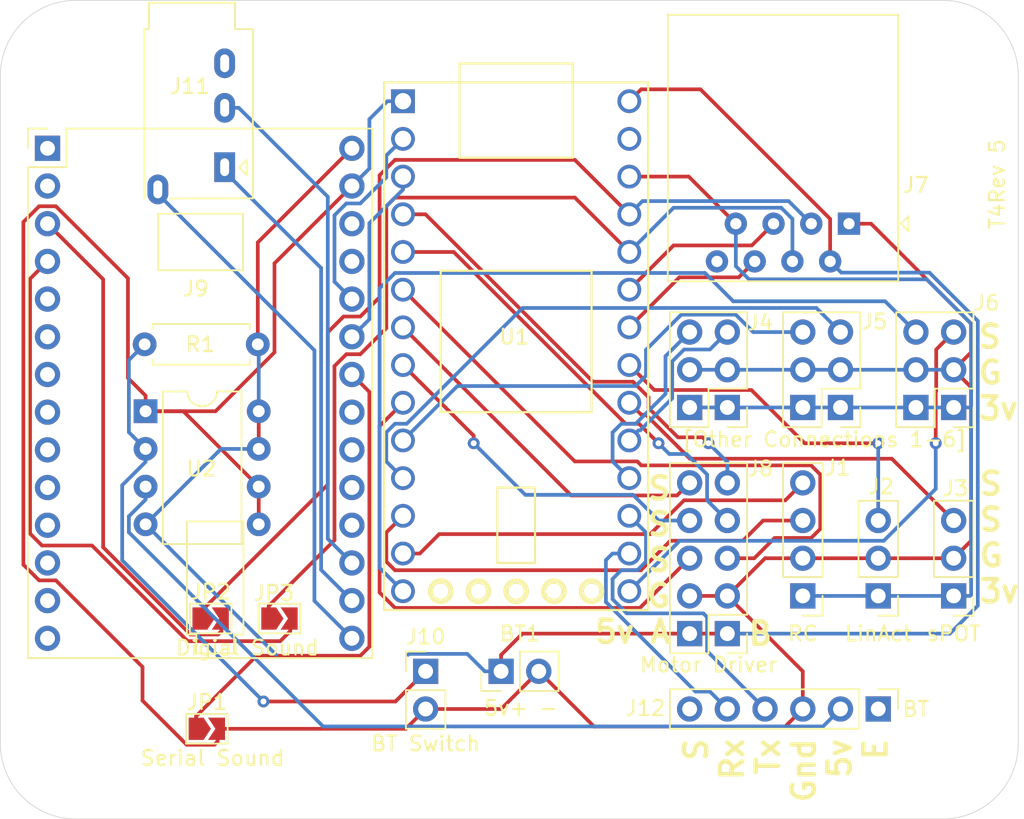
<source format=kicad_pcb>
(kicad_pcb (version 20171130) (host pcbnew "(5.1.2)-2")

  (general
    (thickness 1.6)
    (drawings 15)
    (tracks 364)
    (zones 0)
    (modules 23)
    (nets 59)
  )

  (page A4)
  (layers
    (0 F.Cu signal)
    (31 B.Cu signal)
    (32 B.Adhes user)
    (33 F.Adhes user)
    (34 B.Paste user)
    (35 F.Paste user)
    (36 B.SilkS user)
    (37 F.SilkS user)
    (38 B.Mask user)
    (39 F.Mask user)
    (40 Dwgs.User user)
    (41 Cmts.User user)
    (42 Eco1.User user)
    (43 Eco2.User user)
    (44 Edge.Cuts user)
    (45 Margin user)
    (46 B.CrtYd user)
    (47 F.CrtYd user)
    (48 B.Fab user)
    (49 F.Fab user)
  )

  (setup
    (last_trace_width 0.25)
    (trace_clearance 0.2)
    (zone_clearance 0.508)
    (zone_45_only no)
    (trace_min 0.2)
    (via_size 0.8)
    (via_drill 0.4)
    (via_min_size 0.4)
    (via_min_drill 0.3)
    (uvia_size 0.3)
    (uvia_drill 0.1)
    (uvias_allowed no)
    (uvia_min_size 0.2)
    (uvia_min_drill 0.1)
    (edge_width 0.05)
    (segment_width 0.2)
    (pcb_text_width 0.3)
    (pcb_text_size 1.5 1.5)
    (mod_edge_width 0.12)
    (mod_text_size 1 1)
    (mod_text_width 0.15)
    (pad_size 1.7 1.7)
    (pad_drill 1)
    (pad_to_mask_clearance 0.051)
    (solder_mask_min_width 0.25)
    (aux_axis_origin 0 0)
    (visible_elements 7FFFFFFF)
    (pcbplotparams
      (layerselection 0x010fc_ffffffff)
      (usegerberextensions false)
      (usegerberattributes false)
      (usegerberadvancedattributes false)
      (creategerberjobfile false)
      (excludeedgelayer true)
      (linewidth 0.100000)
      (plotframeref false)
      (viasonmask false)
      (mode 1)
      (useauxorigin false)
      (hpglpennumber 1)
      (hpglpenspeed 20)
      (hpglpendiameter 15.000000)
      (psnegative false)
      (psa4output false)
      (plotreference true)
      (plotvalue true)
      (plotinvisibletext false)
      (padsonsilk false)
      (subtractmaskfromsilk false)
      (outputformat 1)
      (mirror false)
      (drillshape 0)
      (scaleselection 1)
      (outputdirectory "Gerbers/"))
  )

  (net 0 "")
  (net 1 "Net-(J1-Pad3)")
  (net 2 "Net-(J1-Pad4)")
  (net 3 "Net-(J2-Pad3)")
  (net 4 "Net-(J3-Pad3)")
  (net 5 "Net-(J4-Pad6)")
  (net 6 "Net-(J5-Pad6)")
  (net 7 "Net-(J6-Pad6)")
  (net 8 "Net-(J7-Pad5)")
  (net 9 "Net-(J7-Pad6)")
  (net 10 "Net-(J7-Pad8)")
  (net 11 "Net-(J12-Pad1)")
  (net 12 "Net-(J12-Pad6)")
  (net 13 "Net-(J4-Pad5)")
  (net 14 "Net-(J5-Pad5)")
  (net 15 "Net-(J6-Pad5)")
  (net 16 "Net-(J8-Pad5)")
  (net 17 "Net-(J8-Pad6)")
  (net 18 "Net-(J8-Pad7)")
  (net 19 "Net-(J8-Pad8)")
  (net 20 "Net-(J8-Pad9)")
  (net 21 "Net-(J8-Pad10)")
  (net 22 "Net-(J12-Pad4)")
  (net 23 "Net-(J12-Pad5)")
  (net 24 +5V)
  (net 25 GND)
  (net 26 +3V3)
  (net 27 "Net-(J7-Pad3)")
  (net 28 "Net-(J7-Pad4)")
  (net 29 "Net-(J9-Pad1)")
  (net 30 "Net-(J9-Pad3)")
  (net 31 "Net-(J9-Pad6)")
  (net 32 "Net-(J9-Pad8)")
  (net 33 "Net-(J9-Pad9)")
  (net 34 "Net-(J9-Pad10)")
  (net 35 "Net-(J9-Pad11)")
  (net 36 "Net-(J9-Pad12)")
  (net 37 "Net-(J9-Pad13)")
  (net 38 "Net-(J9-Pad14)")
  (net 39 "Net-(J9-Pad15)")
  (net 40 "Net-(J9-Pad16)")
  (net 41 "Net-(J9-Pad17)")
  (net 42 "Net-(J9-Pad19)")
  (net 43 "Net-(J9-Pad21)")
  (net 44 "Net-(U1-Pad27)")
  (net 45 "Net-(J9-Pad5)")
  (net 46 "Net-(J9-Pad7)")
  (net 47 "Net-(J12-Pad2)")
  (net 48 "Net-(J10-Pad1)")
  (net 49 "Net-(J11-PadS)")
  (net 50 "Net-(J11-PadT)")
  (net 51 "Net-(J11-PadR1)")
  (net 52 "Net-(J11-PadR2)")
  (net 53 "Net-(J9-Pad18)")
  (net 54 "Net-(J9-Pad20)")
  (net 55 "Net-(J9-Pad22)")
  (net 56 "Net-(J9-Pad23)")
  (net 57 "Net-(J9-Pad25)")
  (net 58 "Net-(J9-Pad27)")

  (net_class Default "This is the default net class."
    (clearance 0.2)
    (trace_width 0.25)
    (via_dia 0.8)
    (via_drill 0.4)
    (uvia_dia 0.3)
    (uvia_drill 0.1)
    (add_net +3V3)
    (add_net +5V)
    (add_net GND)
    (add_net "Net-(J1-Pad3)")
    (add_net "Net-(J1-Pad4)")
    (add_net "Net-(J10-Pad1)")
    (add_net "Net-(J11-PadR1)")
    (add_net "Net-(J11-PadR2)")
    (add_net "Net-(J11-PadS)")
    (add_net "Net-(J11-PadT)")
    (add_net "Net-(J12-Pad1)")
    (add_net "Net-(J12-Pad2)")
    (add_net "Net-(J12-Pad4)")
    (add_net "Net-(J12-Pad5)")
    (add_net "Net-(J12-Pad6)")
    (add_net "Net-(J2-Pad3)")
    (add_net "Net-(J3-Pad3)")
    (add_net "Net-(J4-Pad5)")
    (add_net "Net-(J4-Pad6)")
    (add_net "Net-(J5-Pad5)")
    (add_net "Net-(J5-Pad6)")
    (add_net "Net-(J6-Pad5)")
    (add_net "Net-(J6-Pad6)")
    (add_net "Net-(J7-Pad3)")
    (add_net "Net-(J7-Pad4)")
    (add_net "Net-(J7-Pad5)")
    (add_net "Net-(J7-Pad6)")
    (add_net "Net-(J7-Pad8)")
    (add_net "Net-(J8-Pad10)")
    (add_net "Net-(J8-Pad5)")
    (add_net "Net-(J8-Pad6)")
    (add_net "Net-(J8-Pad7)")
    (add_net "Net-(J8-Pad8)")
    (add_net "Net-(J8-Pad9)")
    (add_net "Net-(J9-Pad1)")
    (add_net "Net-(J9-Pad10)")
    (add_net "Net-(J9-Pad11)")
    (add_net "Net-(J9-Pad12)")
    (add_net "Net-(J9-Pad13)")
    (add_net "Net-(J9-Pad14)")
    (add_net "Net-(J9-Pad15)")
    (add_net "Net-(J9-Pad16)")
    (add_net "Net-(J9-Pad17)")
    (add_net "Net-(J9-Pad18)")
    (add_net "Net-(J9-Pad19)")
    (add_net "Net-(J9-Pad20)")
    (add_net "Net-(J9-Pad21)")
    (add_net "Net-(J9-Pad22)")
    (add_net "Net-(J9-Pad23)")
    (add_net "Net-(J9-Pad25)")
    (add_net "Net-(J9-Pad27)")
    (add_net "Net-(J9-Pad3)")
    (add_net "Net-(J9-Pad5)")
    (add_net "Net-(J9-Pad6)")
    (add_net "Net-(J9-Pad7)")
    (add_net "Net-(J9-Pad8)")
    (add_net "Net-(J9-Pad9)")
    (add_net "Net-(U1-Pad27)")
  )

  (module "Useful Modifications:FXSound_HeadPhone_2x14_P2.54mm_Short" (layer F.Cu) (tedit 5E8D1CC0) (tstamp 5E8D17F2)
    (at 111.379 78.8035)
    (descr "Through hole straight pin header, 2x14, 2.54mm pitch, double rows")
    (tags "Through hole pin header THT 2x14 2.54mm double row")
    (path /5E8DA0AA)
    (fp_text reference J9 (at 9.9822 9.4615) (layer F.SilkS)
      (effects (font (size 1 1) (thickness 0.15)))
    )
    (fp_text value 28Pin_FXSound (at 9.017 14.986) (layer F.Fab)
      (effects (font (size 1 1) (thickness 0.15)))
    )
    (fp_line (start 0 -1.27) (end 21.81 -1.27) (layer F.Fab) (width 0.1))
    (fp_line (start 21.81 -1.27) (end 21.81 34.29) (layer F.Fab) (width 0.1))
    (fp_line (start 21.81 34.29) (end -1.27 34.29) (layer F.Fab) (width 0.1))
    (fp_line (start -1.27 34.29) (end -1.27 0) (layer F.Fab) (width 0.1))
    (fp_line (start -1.27 0) (end 0 -1.27) (layer F.Fab) (width 0.1))
    (fp_line (start -1.33 34.35) (end 21.87 34.35) (layer F.SilkS) (width 0.12))
    (fp_line (start -1.33 1.27) (end -1.33 34.35) (layer F.SilkS) (width 0.12))
    (fp_line (start 21.87 -1.33) (end 21.87 34.35) (layer F.SilkS) (width 0.12))
    (fp_line (start -1.33 1.27) (end 1.27 1.27) (layer F.SilkS) (width 0.12))
    (fp_line (start 1.27 1.27) (end 1.27 -1.33) (layer F.SilkS) (width 0.12))
    (fp_line (start 1.27 -1.33) (end 21.87 -1.33) (layer F.SilkS) (width 0.12))
    (fp_line (start -1.33 0) (end -1.33 -1.33) (layer F.SilkS) (width 0.12))
    (fp_line (start -1.33 -1.33) (end 0 -1.33) (layer F.SilkS) (width 0.12))
    (fp_line (start -1.8 -2) (end -1.8 35) (layer F.CrtYd) (width 0.05))
    (fp_line (start -1.8 35) (end 1.8 35) (layer F.CrtYd) (width 0.05))
    (fp_line (start 1.8 35) (end 1.8 -2) (layer F.CrtYd) (width 0.05))
    (fp_line (start 1.8 -2) (end -1.8 -2) (layer F.CrtYd) (width 0.05))
    (fp_text user %R (at 1.778 17.018 90) (layer F.Fab)
      (effects (font (size 1 1) (thickness 0.15)))
    )
    (fp_line (start 9.3853 25.146) (end 13.1953 25.146) (layer F.SilkS) (width 0.12))
    (fp_line (start 9.3853 25.146) (end 9.3853 32.766) (layer F.SilkS) (width 0.12))
    (fp_line (start 9.3853 32.766) (end 10.0203 32.766) (layer F.SilkS) (width 0.12))
    (fp_line (start 10.0203 32.766) (end 10.0203 34.036) (layer F.SilkS) (width 0.12))
    (fp_line (start 13.1953 25.146) (end 13.1953 32.766) (layer F.SilkS) (width 0.12))
    (fp_line (start 12.5603 32.766) (end 13.1953 32.766) (layer F.SilkS) (width 0.12))
    (fp_line (start 12.5603 32.766) (end 12.5603 34.036) (layer F.SilkS) (width 0.12))
    (fp_line (start 10.0203 34.036) (end 12.5603 34.036) (layer F.SilkS) (width 0.12))
    (fp_line (start 7.4549 4.4069) (end 13.1699 4.4069) (layer F.SilkS) (width 0.12))
    (fp_line (start 13.1699 4.4069) (end 13.1699 8.2169) (layer F.SilkS) (width 0.12))
    (fp_line (start 13.1699 8.2169) (end 7.4549 8.2169) (layer F.SilkS) (width 0.12))
    (fp_line (start 7.4549 8.2169) (end 7.4549 4.4069) (layer F.SilkS) (width 0.12))
    (fp_line (start 18.6 35) (end 22.2 35) (layer F.CrtYd) (width 0.05))
    (fp_line (start 18.6 -2) (end 22.2 -2) (layer F.CrtYd) (width 0.05))
    (fp_line (start 18.6 35) (end 18.6 -2) (layer F.CrtYd) (width 0.05))
    (fp_line (start 22.2 35) (end 22.2 -2) (layer F.CrtYd) (width 0.05))
    (pad 1 thru_hole rect (at 0 0) (size 1.7 1.7) (drill 1) (layers *.Cu *.Mask)
      (net 29 "Net-(J9-Pad1)"))
    (pad 2 thru_hole oval (at 20.5 0) (size 1.7 1.7) (drill 1) (layers *.Cu *.Mask)
      (net 24 +5V))
    (pad 3 thru_hole oval (at 0 2.54) (size 1.7 1.7) (drill 1) (layers *.Cu *.Mask)
      (net 30 "Net-(J9-Pad3)"))
    (pad 4 thru_hole oval (at 20.5 2.54) (size 1.7 1.7) (drill 1) (layers *.Cu *.Mask)
      (net 25 GND))
    (pad 5 thru_hole oval (at 0 5.08) (size 1.7 1.7) (drill 1) (layers *.Cu *.Mask)
      (net 45 "Net-(J9-Pad5)"))
    (pad 6 thru_hole oval (at 20.5 5.08) (size 1.7 1.7) (drill 1) (layers *.Cu *.Mask)
      (net 31 "Net-(J9-Pad6)"))
    (pad 7 thru_hole oval (at 0 7.62) (size 1.7 1.7) (drill 1) (layers *.Cu *.Mask)
      (net 46 "Net-(J9-Pad7)"))
    (pad 8 thru_hole oval (at 20.5 7.62) (size 1.7 1.7) (drill 1) (layers *.Cu *.Mask)
      (net 32 "Net-(J9-Pad8)"))
    (pad 9 thru_hole oval (at 0 10.16) (size 1.7 1.7) (drill 1) (layers *.Cu *.Mask)
      (net 33 "Net-(J9-Pad9)"))
    (pad 10 thru_hole oval (at 20.5 10.16) (size 1.7 1.7) (drill 1) (layers *.Cu *.Mask)
      (net 34 "Net-(J9-Pad10)"))
    (pad 11 thru_hole oval (at 0 12.7) (size 1.7 1.7) (drill 1) (layers *.Cu *.Mask)
      (net 35 "Net-(J9-Pad11)"))
    (pad 12 thru_hole oval (at 20.5 12.7) (size 1.7 1.7) (drill 1) (layers *.Cu *.Mask)
      (net 36 "Net-(J9-Pad12)"))
    (pad 13 thru_hole oval (at 0 15.24) (size 1.7 1.7) (drill 1) (layers *.Cu *.Mask)
      (net 37 "Net-(J9-Pad13)"))
    (pad 14 thru_hole oval (at 20.5 15.24) (size 1.7 1.7) (drill 1) (layers *.Cu *.Mask)
      (net 38 "Net-(J9-Pad14)"))
    (pad 15 thru_hole oval (at 0 17.78) (size 1.7 1.7) (drill 1) (layers *.Cu *.Mask)
      (net 39 "Net-(J9-Pad15)"))
    (pad 16 thru_hole oval (at 20.5 17.78) (size 1.7 1.7) (drill 1) (layers *.Cu *.Mask)
      (net 40 "Net-(J9-Pad16)"))
    (pad 17 thru_hole oval (at 0 20.32) (size 1.7 1.7) (drill 1) (layers *.Cu *.Mask)
      (net 41 "Net-(J9-Pad17)"))
    (pad 18 thru_hole oval (at 20.5 20.32) (size 1.7 1.7) (drill 1) (layers *.Cu *.Mask)
      (net 53 "Net-(J9-Pad18)"))
    (pad 19 thru_hole oval (at 0 22.86) (size 1.7 1.7) (drill 1) (layers *.Cu *.Mask)
      (net 42 "Net-(J9-Pad19)"))
    (pad 20 thru_hole oval (at 20.5 22.86) (size 1.7 1.7) (drill 1) (layers *.Cu *.Mask)
      (net 54 "Net-(J9-Pad20)"))
    (pad 21 thru_hole oval (at 0 25.4) (size 1.7 1.7) (drill 1) (layers *.Cu *.Mask)
      (net 43 "Net-(J9-Pad21)"))
    (pad 22 thru_hole oval (at 20.5 25.4) (size 1.7 1.7) (drill 1) (layers *.Cu *.Mask)
      (net 55 "Net-(J9-Pad22)"))
    (pad 23 thru_hole oval (at 0 27.94) (size 1.7 1.7) (drill 1) (layers *.Cu *.Mask)
      (net 56 "Net-(J9-Pad23)"))
    (pad 24 thru_hole oval (at 20.5 27.94) (size 1.7 1.7) (drill 1) (layers *.Cu *.Mask)
      (net 51 "Net-(J11-PadR1)"))
    (pad 25 thru_hole oval (at 0 30.48) (size 1.7 1.7) (drill 1) (layers *.Cu *.Mask)
      (net 57 "Net-(J9-Pad25)"))
    (pad 26 thru_hole oval (at 20.5 30.48) (size 1.7 1.7) (drill 1) (layers *.Cu *.Mask)
      (net 50 "Net-(J11-PadT)"))
    (pad 27 thru_hole oval (at 0 33.02) (size 1.7 1.7) (drill 1) (layers *.Cu *.Mask)
      (net 58 "Net-(J9-Pad27)"))
    (pad 28 thru_hole oval (at 20.5 33.02) (size 1.7 1.7) (drill 1) (layers *.Cu *.Mask)
      (net 49 "Net-(J11-PadS)"))
    (model ${KISYS3DMOD}/Connector_PinHeader_2.54mm.3dshapes/PinHeader_2x14_P2.54mm_Vertical.wrl
      (at (xyz 0 0 0))
      (scale (xyz 1 1 1))
      (rotate (xyz 0 0 0))
    )
  )

  (module "Useful Modifications:Jack_3.5mm_PJ320A_Horizontal" (layer F.Cu) (tedit 5DD8AA7D) (tstamp 5DD8A9DA)
    (at 118.8085 80.0735)
    (descr "Headphones with microphone connector, 3.5mm, 4 pins (http://www.qingpu-electronics.com/en/products/WQP-PJ320E-177.html)")
    (tags "3.5mm jack mic microphone phones headphones 4pins audio plug")
    (path /5D9CA707)
    (fp_text reference J11 (at 2.159 -5.461) (layer F.SilkS)
      (effects (font (size 1 1) (thickness 0.15)))
    )
    (fp_text value AudioJack4 (at 2.667 -9.8425) (layer F.Fab)
      (effects (font (size 1 1) (thickness 0.15)))
    )
    (fp_text user %R (at 2.0955 -3.8735) (layer F.Fab)
      (effects (font (size 1 1) (thickness 0.15)))
    )
    (fp_line (start 5.9799 -0.4746) (end 5.4799 0.0254) (layer F.SilkS) (width 0.12))
    (fp_line (start 5.9799 0.5254) (end 5.9799 -0.4746) (layer F.SilkS) (width 0.12))
    (fp_line (start 5.4799 0.0254) (end 5.9799 0.5254) (layer F.SilkS) (width 0.12))
    (fp_line (start 6.3 2) (end 0.9271 2) (layer F.Fab) (width 0.1))
    (fp_line (start -0.8 2) (end -0.8 -9.2) (layer F.Fab) (width 0.1))
    (fp_line (start -0.8 -9.2) (end -0.5 -9.2) (layer F.Fab) (width 0.1))
    (fp_line (start -0.5 -9.2) (end -0.5 -10.984) (layer F.Fab) (width 0.1))
    (fp_line (start -0.5 -10.984) (end 5.1 -10.984) (layer F.Fab) (width 0.1))
    (fp_line (start 5.1 -10.984) (end 5.1 -9.2) (layer F.Fab) (width 0.1))
    (fp_line (start 5.1 -9.2) (end 6.3 -9.2) (layer F.Fab) (width 0.1))
    (fp_line (start 6.3 -9.2) (end 6.3 2) (layer F.Fab) (width 0.1))
    (fp_line (start -0.9 -9.3) (end -0.9 2.1) (layer F.SilkS) (width 0.12))
    (fp_line (start 0.8509 2.1082) (end 6.4 2.1) (layer F.SilkS) (width 0.12))
    (fp_line (start -1.3 3) (end 6.8 3) (layer F.CrtYd) (width 0.05))
    (fp_line (start -1.3 -11.184) (end -1.3 3) (layer F.CrtYd) (width 0.05))
    (fp_line (start 6.8 -11.184) (end 6.8 3) (layer F.CrtYd) (width 0.05))
    (fp_line (start 5.2 -9.3) (end 6.4 -9.3) (layer F.SilkS) (width 0.12))
    (fp_line (start -0.9 -9.3) (end -0.6 -9.3) (layer F.SilkS) (width 0.12))
    (fp_line (start 5.2 -11.084) (end -0.6 -11.084) (layer F.SilkS) (width 0.12))
    (fp_line (start 6.4 -9.3) (end 6.4 2.1) (layer F.SilkS) (width 0.12))
    (fp_line (start 5.2 -9.3) (end 5.2 -11.084) (layer F.SilkS) (width 0.12))
    (fp_line (start -0.6 -9.3) (end -0.6 -11.084) (layer F.SilkS) (width 0.12))
    (fp_line (start -1.3 -11.184) (end 6.8 -11.184) (layer F.CrtYd) (width 0.05))
    (fp_circle (center 0.9 0) (end 1.2 0.15) (layer F.Fab) (width 0.12))
    (pad S thru_hole oval (at 0 1.5 270) (size 2 1.4) (drill oval 1.2 0.6) (layers *.Cu *.Mask)
      (net 49 "Net-(J11-PadS)"))
    (pad T thru_hole rect (at 4.5 0 270) (size 2 1.4) (drill oval 1.2 0.6) (layers *.Cu *.Mask)
      (net 50 "Net-(J11-PadT)"))
    (pad R1 thru_hole oval (at 4.5 -4 270) (size 2 1.4) (drill oval 1.2 0.6) (layers *.Cu *.Mask)
      (net 51 "Net-(J11-PadR1)"))
    (pad R2 thru_hole oval (at 4.5 -7 270) (size 2 1.4) (drill oval 1.2 0.6) (layers *.Cu *.Mask)
      (net 52 "Net-(J11-PadR2)"))
    (pad "" np_thru_hole circle (at 2 -8.5 270) (size 1.2 1.2) (drill 1.2) (layers *.Cu *.Mask))
    (pad "" np_thru_hole circle (at 2 -1.5 270) (size 1.2 1.2) (drill 1.2) (layers *.Cu *.Mask))
    (model ${KISYS3DMOD}/Connector_Audio.3dshapes/Jack_3.5mm_PJ320E_Horizontal.wrl
      (at (xyz 0 0 0))
      (scale (xyz 1 1 1))
      (rotate (xyz 0 0 0))
    )
  )

  (module Connector_PinHeader_2.54mm:PinHeader_1x03_P2.54mm_Vertical (layer F.Cu) (tedit 59FED5CC) (tstamp 5D5E5FB1)
    (at 172.4025 108.966 180)
    (descr "Through hole straight pin header, 1x03, 2.54mm pitch, single row")
    (tags "Through hole pin header THT 1x03 2.54mm single row")
    (path /5D5C3369)
    (fp_text reference J3 (at -0.127 7.239) (layer F.SilkS)
      (effects (font (size 1 1) (thickness 0.15)))
    )
    (fp_text value sPOT (at 0 -2.54) (layer F.SilkS)
      (effects (font (size 1 1) (thickness 0.15)))
    )
    (fp_text user %R (at 0 2.54 90) (layer F.Fab)
      (effects (font (size 1 1) (thickness 0.15)))
    )
    (fp_line (start 1.8 -1.8) (end -1.8 -1.8) (layer F.CrtYd) (width 0.05))
    (fp_line (start 1.8 6.85) (end 1.8 -1.8) (layer F.CrtYd) (width 0.05))
    (fp_line (start -1.8 6.85) (end 1.8 6.85) (layer F.CrtYd) (width 0.05))
    (fp_line (start -1.8 -1.8) (end -1.8 6.85) (layer F.CrtYd) (width 0.05))
    (fp_line (start -1.33 -1.33) (end 0 -1.33) (layer F.SilkS) (width 0.12))
    (fp_line (start -1.33 0) (end -1.33 -1.33) (layer F.SilkS) (width 0.12))
    (fp_line (start -1.33 1.27) (end 1.33 1.27) (layer F.SilkS) (width 0.12))
    (fp_line (start 1.33 1.27) (end 1.33 6.41) (layer F.SilkS) (width 0.12))
    (fp_line (start -1.33 1.27) (end -1.33 6.41) (layer F.SilkS) (width 0.12))
    (fp_line (start -1.33 6.41) (end 1.33 6.41) (layer F.SilkS) (width 0.12))
    (fp_line (start -1.27 -0.635) (end -0.635 -1.27) (layer F.Fab) (width 0.1))
    (fp_line (start -1.27 6.35) (end -1.27 -0.635) (layer F.Fab) (width 0.1))
    (fp_line (start 1.27 6.35) (end -1.27 6.35) (layer F.Fab) (width 0.1))
    (fp_line (start 1.27 -1.27) (end 1.27 6.35) (layer F.Fab) (width 0.1))
    (fp_line (start -0.635 -1.27) (end 1.27 -1.27) (layer F.Fab) (width 0.1))
    (pad 3 thru_hole oval (at 0 5.08 180) (size 1.7 1.7) (drill 1) (layers *.Cu *.Mask)
      (net 4 "Net-(J3-Pad3)"))
    (pad 2 thru_hole oval (at 0 2.54 180) (size 1.7 1.7) (drill 1) (layers *.Cu *.Mask)
      (net 25 GND))
    (pad 1 thru_hole rect (at 0 0 180) (size 1.7 1.7) (drill 1) (layers *.Cu *.Mask)
      (net 26 +3V3))
    (model ${KISYS3DMOD}/Connector_PinHeader_2.54mm.3dshapes/PinHeader_1x03_P2.54mm_Vertical.wrl
      (at (xyz 0 0 0))
      (scale (xyz 1 1 1))
      (rotate (xyz 0 0 0))
    )
  )

  (module Jumper:SolderJumper-2_P1.3mm_Open_TrianglePad1.0x1.5mm (layer F.Cu) (tedit 5D7F17E1) (tstamp 5D7ED9EC)
    (at 122.1105 117.9195)
    (descr "SMD Solder Jumper, 1x1.5mm Triangular Pads, 0.3mm gap, open")
    (tags "solder jumper open")
    (path /5D7E0F89)
    (attr virtual)
    (fp_text reference JP1 (at 0 -1.8) (layer F.SilkS)
      (effects (font (size 1 1) (thickness 0.15)))
    )
    (fp_text value "Serial Sound" (at 0.381 1.9685) (layer F.SilkS)
      (effects (font (size 1 1) (thickness 0.15)))
    )
    (fp_line (start 1.65 1.25) (end -1.65 1.25) (layer F.CrtYd) (width 0.05))
    (fp_line (start 1.65 1.25) (end 1.65 -1.25) (layer F.CrtYd) (width 0.05))
    (fp_line (start -1.65 -1.25) (end -1.65 1.25) (layer F.CrtYd) (width 0.05))
    (fp_line (start -1.65 -1.25) (end 1.65 -1.25) (layer F.CrtYd) (width 0.05))
    (fp_line (start -1.4 -1) (end 1.4 -1) (layer F.SilkS) (width 0.12))
    (fp_line (start 1.4 -1) (end 1.4 1) (layer F.SilkS) (width 0.12))
    (fp_line (start 1.4 1) (end -1.4 1) (layer F.SilkS) (width 0.12))
    (fp_line (start -1.4 1) (end -1.4 -1) (layer F.SilkS) (width 0.12))
    (pad 1 smd custom (at -0.725 0) (size 0.3 0.3) (layers F.Cu F.Mask)
      (net 38 "Net-(J9-Pad14)") (zone_connect 2)
      (options (clearance outline) (anchor rect))
      (primitives
        (gr_poly (pts
           (xy -0.5 -0.75) (xy 0.5 -0.75) (xy 1 0) (xy 0.5 0.75) (xy -0.5 0.75)
) (width 0))
      ))
    (pad 2 smd custom (at 0.725 0) (size 0.3 0.3) (layers F.Cu F.Mask)
      (net 25 GND) (zone_connect 2)
      (options (clearance outline) (anchor rect))
      (primitives
        (gr_poly (pts
           (xy -0.65 -0.75) (xy 0.5 -0.75) (xy 0.5 0.75) (xy -0.65 0.75) (xy -0.15 0)
) (width 0))
      ))
  )

  (module Jumper:SolderJumper-2_P1.3mm_Open_TrianglePad1.0x1.5mm (layer F.Cu) (tedit 5D7F1792) (tstamp 5D7EDA88)
    (at 127 110.49)
    (descr "SMD Solder Jumper, 1x1.5mm Triangular Pads, 0.3mm gap, open")
    (tags "solder jumper open")
    (path /5D7F8155)
    (attr virtual)
    (fp_text reference JP3 (at -0.373501 -1.719501) (layer F.SilkS)
      (effects (font (size 1 1) (thickness 0.15)))
    )
    (fp_text value "Digial Sound" (at -2.159 1.966) (layer F.SilkS)
      (effects (font (size 1 1) (thickness 0.15)))
    )
    (fp_line (start 1.65 1.25) (end -1.65 1.25) (layer F.CrtYd) (width 0.05))
    (fp_line (start 1.65 1.25) (end 1.65 -1.25) (layer F.CrtYd) (width 0.05))
    (fp_line (start -1.65 -1.25) (end -1.65 1.25) (layer F.CrtYd) (width 0.05))
    (fp_line (start -1.65 -1.25) (end 1.65 -1.25) (layer F.CrtYd) (width 0.05))
    (fp_line (start -1.4 -1) (end 1.4 -1) (layer F.SilkS) (width 0.12))
    (fp_line (start 1.4 -1) (end 1.4 1) (layer F.SilkS) (width 0.12))
    (fp_line (start 1.4 1) (end -1.4 1) (layer F.SilkS) (width 0.12))
    (fp_line (start -1.4 1) (end -1.4 -1) (layer F.SilkS) (width 0.12))
    (pad 1 smd custom (at -0.725 0) (size 0.3 0.3) (layers F.Cu F.Mask)
      (net 28 "Net-(J7-Pad4)") (zone_connect 2)
      (options (clearance outline) (anchor rect))
      (primitives
        (gr_poly (pts
           (xy -0.5 -0.75) (xy 0.5 -0.75) (xy 1 0) (xy 0.5 0.75) (xy -0.5 0.75)
) (width 0))
      ))
    (pad 2 smd custom (at 0.725 0) (size 0.3 0.3) (layers F.Cu F.Mask)
      (net 46 "Net-(J9-Pad7)") (zone_connect 2)
      (options (clearance outline) (anchor rect))
      (primitives
        (gr_poly (pts
           (xy -0.65 -0.75) (xy 0.5 -0.75) (xy 0.5 0.75) (xy -0.65 0.75) (xy -0.15 0)
) (width 0))
      ))
  )

  (module Jumper:SolderJumper-2_P1.3mm_Open_TrianglePad1.0x1.5mm (layer F.Cu) (tedit 5D7F1762) (tstamp 5D7ED9FA)
    (at 122.3645 110.49)
    (descr "SMD Solder Jumper, 1x1.5mm Triangular Pads, 0.3mm gap, open")
    (tags "solder jumper open")
    (path /5D7F71CD)
    (attr virtual)
    (fp_text reference JP2 (at 0 -1.8) (layer F.SilkS)
      (effects (font (size 1 1) (thickness 0.15)))
    )
    (fp_text value "Digial Sound" (at 1.9045 -0.066) (layer F.Fab)
      (effects (font (size 1 1) (thickness 0.15)))
    )
    (fp_line (start 1.65 1.25) (end -1.65 1.25) (layer F.CrtYd) (width 0.05))
    (fp_line (start 1.65 1.25) (end 1.65 -1.25) (layer F.CrtYd) (width 0.05))
    (fp_line (start -1.65 -1.25) (end -1.65 1.25) (layer F.CrtYd) (width 0.05))
    (fp_line (start -1.65 -1.25) (end 1.65 -1.25) (layer F.CrtYd) (width 0.05))
    (fp_line (start -1.4 -1) (end 1.4 -1) (layer F.SilkS) (width 0.12))
    (fp_line (start 1.4 -1) (end 1.4 1) (layer F.SilkS) (width 0.12))
    (fp_line (start 1.4 1) (end -1.4 1) (layer F.SilkS) (width 0.12))
    (fp_line (start -1.4 1) (end -1.4 -1) (layer F.SilkS) (width 0.12))
    (pad 1 smd custom (at -0.725 0) (size 0.3 0.3) (layers F.Cu F.Mask)
      (net 27 "Net-(J7-Pad3)") (zone_connect 2)
      (options (clearance outline) (anchor rect))
      (primitives
        (gr_poly (pts
           (xy -0.5 -0.75) (xy 0.5 -0.75) (xy 1 0) (xy 0.5 0.75) (xy -0.5 0.75)
) (width 0))
      ))
    (pad 2 smd custom (at 0.725 0) (size 0.3 0.3) (layers F.Cu F.Mask)
      (net 45 "Net-(J9-Pad5)") (zone_connect 2)
      (options (clearance outline) (anchor rect))
      (primitives
        (gr_poly (pts
           (xy -0.65 -0.75) (xy 0.5 -0.75) (xy 0.5 0.75) (xy -0.65 0.75) (xy -0.15 0)
) (width 0))
      ))
  )

  (module "Useful Modifications:Teensy40_NoMid" (layer F.Cu) (tedit 5D5DDE48) (tstamp 5D5E60DD)
    (at 142.8115 91.6305 270)
    (path /5D60B8C9)
    (fp_text reference U1 (at -0.127 0 180) (layer F.SilkS)
      (effects (font (size 1 1) (thickness 0.15)))
    )
    (fp_text value Teensy4.0_NoMid (at 1.27 0 180) (layer F.Fab)
      (effects (font (size 1 1) (thickness 0.15)))
    )
    (fp_line (start 4.953 4.953) (end 4.953 -5.207) (layer F.SilkS) (width 0.15))
    (fp_line (start -4.572 -5.207) (end -4.572 4.953) (layer F.SilkS) (width 0.15))
    (fp_line (start -4.572 4.953) (end 4.953 4.953) (layer F.SilkS) (width 0.15))
    (fp_line (start -4.572 -5.207) (end 4.953 -5.207) (layer F.SilkS) (width 0.15))
    (fp_line (start 18.288 -9.017) (end -17.272 -9.017) (layer F.SilkS) (width 0.15))
    (fp_line (start -17.272 8.763) (end 18.288 8.763) (layer F.SilkS) (width 0.15))
    (fp_line (start -17.272 3.683) (end -18.542 3.683) (layer F.SilkS) (width 0.15))
    (fp_line (start -18.542 3.683) (end -18.542 -3.937) (layer F.SilkS) (width 0.15))
    (fp_line (start -18.542 -3.937) (end -17.272 -3.937) (layer F.SilkS) (width 0.15))
    (fp_line (start -12.192 3.683) (end -12.192 -3.937) (layer F.SilkS) (width 0.15))
    (fp_line (start -12.192 -3.937) (end -17.272 -3.937) (layer F.SilkS) (width 0.15))
    (fp_line (start -12.192 3.683) (end -17.272 3.683) (layer F.SilkS) (width 0.15))
    (fp_line (start 10.033 -1.397) (end 15.113 -1.397) (layer F.SilkS) (width 0.15))
    (fp_line (start 15.113 -1.397) (end 15.113 1.143) (layer F.SilkS) (width 0.15))
    (fp_line (start 15.113 1.143) (end 10.033 1.143) (layer F.SilkS) (width 0.15))
    (fp_line (start 10.033 1.143) (end 10.033 -1.397) (layer F.SilkS) (width 0.15))
    (fp_line (start 18.288 -9.017) (end 18.288 8.763) (layer F.SilkS) (width 0.15))
    (fp_line (start -17.272 8.763) (end -17.272 -9.017) (layer F.SilkS) (width 0.15))
    (fp_circle (center 17.018 -5.207) (end 17.526 -4.953) (layer F.SilkS) (width 0.12))
    (fp_circle (center 17.018 -5.207) (end 17.272 -4.445) (layer F.SilkS) (width 0.12))
    (fp_circle (center 17.018 -5.207) (end 17.526 -4.699) (layer F.SilkS) (width 0.12))
    (fp_circle (center 17.018 -2.667) (end 17.526 -2.413) (layer F.SilkS) (width 0.12))
    (fp_circle (center 17.018 -2.667) (end 17.272 -1.905) (layer F.SilkS) (width 0.12))
    (fp_circle (center 17.018 -2.667) (end 17.526 -2.159) (layer F.SilkS) (width 0.12))
    (fp_circle (center 17.018 -0.127) (end 17.526 0.127) (layer F.SilkS) (width 0.12))
    (fp_circle (center 17.018 -0.127) (end 17.272 0.635) (layer F.SilkS) (width 0.12))
    (fp_circle (center 17.018 -0.127) (end 17.526 0.381) (layer F.SilkS) (width 0.12))
    (fp_circle (center 17.018 2.413) (end 17.526 2.667) (layer F.SilkS) (width 0.12))
    (fp_circle (center 17.018 2.413) (end 17.272 3.175) (layer F.SilkS) (width 0.12))
    (fp_circle (center 17.018 2.413) (end 17.526 2.921) (layer F.SilkS) (width 0.12))
    (fp_circle (center 17.018 4.953) (end 17.526 5.207) (layer F.SilkS) (width 0.12))
    (fp_circle (center 17.018 4.953) (end 17.272 5.715) (layer F.SilkS) (width 0.12))
    (fp_circle (center 17.018 4.953) (end 17.526 5.461) (layer F.SilkS) (width 0.12))
    (pad 14 thru_hole circle (at 17.018 7.493 270) (size 1.6 1.6) (drill 1.1) (layers *.Cu *.Mask)
      (net 7 "Net-(J6-Pad6)"))
    (pad 13 thru_hole circle (at 14.478 7.493 270) (size 1.6 1.6) (drill 1.1) (layers *.Cu *.Mask)
      (net 2 "Net-(J1-Pad4)"))
    (pad 12 thru_hole circle (at 11.938 7.493 270) (size 1.6 1.6) (drill 1.1) (layers *.Cu *.Mask)
      (net 1 "Net-(J1-Pad3)"))
    (pad 11 thru_hole circle (at 9.398 7.493 270) (size 1.6 1.6) (drill 1.1) (layers *.Cu *.Mask)
      (net 14 "Net-(J5-Pad5)"))
    (pad 10 thru_hole circle (at 6.858 7.493 270) (size 1.6 1.6) (drill 1.1) (layers *.Cu *.Mask)
      (net 6 "Net-(J5-Pad6)"))
    (pad 9 thru_hole circle (at 4.318 7.493 270) (size 1.6 1.6) (drill 1.1) (layers *.Cu *.Mask)
      (net 17 "Net-(J8-Pad6)"))
    (pad 8 thru_hole circle (at 1.778 7.493 270) (size 1.6 1.6) (drill 1.1) (layers *.Cu *.Mask)
      (net 19 "Net-(J8-Pad8)"))
    (pad 7 thru_hole circle (at -0.762 7.493 270) (size 1.6 1.6) (drill 1.1) (layers *.Cu *.Mask)
      (net 21 "Net-(J8-Pad10)"))
    (pad 6 thru_hole circle (at -3.302 7.493 270) (size 1.6 1.6) (drill 1.1) (layers *.Cu *.Mask)
      (net 16 "Net-(J8-Pad5)"))
    (pad 5 thru_hole circle (at -5.842 7.493 270) (size 1.6 1.6) (drill 1.1) (layers *.Cu *.Mask)
      (net 18 "Net-(J8-Pad7)"))
    (pad 4 thru_hole circle (at -8.382 7.493 270) (size 1.6 1.6) (drill 1.1) (layers *.Cu *.Mask)
      (net 20 "Net-(J8-Pad9)"))
    (pad 3 thru_hole circle (at -10.922 7.493 270) (size 1.6 1.6) (drill 1.1) (layers *.Cu *.Mask)
      (net 36 "Net-(J9-Pad12)"))
    (pad 2 thru_hole circle (at -13.462 7.493 270) (size 1.6 1.6) (drill 1.1) (layers *.Cu *.Mask)
      (net 34 "Net-(J9-Pad10)"))
    (pad 1 thru_hole rect (at -16.002 7.493 270) (size 1.6 1.6) (drill 1.1) (layers *.Cu *.Mask)
      (net 25 GND))
    (pad 15 thru_hole circle (at 17.018 -7.747 270) (size 1.6 1.6) (drill 1.1) (layers *.Cu *.Mask)
      (net 15 "Net-(J6-Pad5)"))
    (pad 16 thru_hole circle (at 14.478 -7.747 270) (size 1.6 1.6) (drill 1.1) (layers *.Cu *.Mask)
      (net 23 "Net-(J12-Pad5)"))
    (pad 17 thru_hole circle (at 11.938 -7.747 270) (size 1.6 1.6) (drill 1.1) (layers *.Cu *.Mask)
      (net 22 "Net-(J12-Pad4)"))
    (pad 18 thru_hole circle (at 9.398 -7.747 270) (size 1.6 1.6) (drill 1.1) (layers *.Cu *.Mask)
      (net 5 "Net-(J4-Pad6)"))
    (pad 19 thru_hole circle (at 6.858 -7.747 270) (size 1.6 1.6) (drill 1.1) (layers *.Cu *.Mask)
      (net 13 "Net-(J4-Pad5)"))
    (pad 20 thru_hole circle (at 4.318 -7.747 270) (size 1.6 1.6) (drill 1.1) (layers *.Cu *.Mask)
      (net 4 "Net-(J3-Pad3)"))
    (pad 21 thru_hole circle (at 1.778 -7.747 270) (size 1.6 1.6) (drill 1.1) (layers *.Cu *.Mask)
      (net 3 "Net-(J2-Pad3)"))
    (pad 22 thru_hole circle (at -0.762 -7.747 270) (size 1.6 1.6) (drill 1.1) (layers *.Cu *.Mask)
      (net 9 "Net-(J7-Pad6)"))
    (pad 23 thru_hole circle (at -3.302 -7.747 270) (size 1.6 1.6) (drill 1.1) (layers *.Cu *.Mask)
      (net 8 "Net-(J7-Pad5)"))
    (pad 24 thru_hole circle (at -5.842 -7.747 270) (size 1.6 1.6) (drill 1.1) (layers *.Cu *.Mask)
      (net 28 "Net-(J7-Pad4)"))
    (pad 25 thru_hole circle (at -8.382 -7.747 270) (size 1.6 1.6) (drill 1.1) (layers *.Cu *.Mask)
      (net 27 "Net-(J7-Pad3)"))
    (pad 26 thru_hole circle (at -10.922 -7.747 270) (size 1.6 1.6) (drill 1.1) (layers *.Cu *.Mask)
      (net 26 +3V3))
    (pad 27 thru_hole circle (at -13.462 -7.747 270) (size 1.6 1.6) (drill 1.1) (layers *.Cu *.Mask)
      (net 44 "Net-(U1-Pad27)"))
    (pad 28 thru_hole circle (at -16.002 -7.747 270) (size 1.6 1.6) (drill 1.1) (layers *.Cu *.Mask)
      (net 24 +5V))
    (model ${KISYS3DMOD}/Package_DIP.3dshapes/DIP-28_W15.24mm_Socket.wrl
      (offset (xyz 17 8 0))
      (scale (xyz 1 1 1))
      (rotate (xyz 0 0 90))
    )
  )

  (module Connector_PinHeader_2.54mm:PinHeader_1x06_P2.54mm_Vertical (layer F.Cu) (tedit 59FED5CC) (tstamp 5D5E609C)
    (at 167.3225 116.586 270)
    (descr "Through hole straight pin header, 1x06, 2.54mm pitch, single row")
    (tags "Through hole pin header THT 1x06 2.54mm single row")
    (path /5D5D3F7C)
    (fp_text reference J12 (at -0.0635 15.6845 180) (layer F.SilkS)
      (effects (font (size 1 1) (thickness 0.15)))
    )
    (fp_text value BT (at 0 -2.54 180) (layer F.SilkS)
      (effects (font (size 1 1) (thickness 0.15)))
    )
    (fp_line (start -0.635 -1.27) (end 1.27 -1.27) (layer F.Fab) (width 0.1))
    (fp_line (start 1.27 -1.27) (end 1.27 13.97) (layer F.Fab) (width 0.1))
    (fp_line (start 1.27 13.97) (end -1.27 13.97) (layer F.Fab) (width 0.1))
    (fp_line (start -1.27 13.97) (end -1.27 -0.635) (layer F.Fab) (width 0.1))
    (fp_line (start -1.27 -0.635) (end -0.635 -1.27) (layer F.Fab) (width 0.1))
    (fp_line (start -1.33 14.03) (end 1.33 14.03) (layer F.SilkS) (width 0.12))
    (fp_line (start -1.33 1.27) (end -1.33 14.03) (layer F.SilkS) (width 0.12))
    (fp_line (start 1.33 1.27) (end 1.33 14.03) (layer F.SilkS) (width 0.12))
    (fp_line (start -1.33 1.27) (end 1.33 1.27) (layer F.SilkS) (width 0.12))
    (fp_line (start -1.33 0) (end -1.33 -1.33) (layer F.SilkS) (width 0.12))
    (fp_line (start -1.33 -1.33) (end 0 -1.33) (layer F.SilkS) (width 0.12))
    (fp_line (start -1.8 -1.8) (end -1.8 14.5) (layer F.CrtYd) (width 0.05))
    (fp_line (start -1.8 14.5) (end 1.8 14.5) (layer F.CrtYd) (width 0.05))
    (fp_line (start 1.8 14.5) (end 1.8 -1.8) (layer F.CrtYd) (width 0.05))
    (fp_line (start 1.8 -1.8) (end -1.8 -1.8) (layer F.CrtYd) (width 0.05))
    (fp_text user %R (at 0 6.35) (layer F.Fab)
      (effects (font (size 1 1) (thickness 0.15)))
    )
    (pad 1 thru_hole rect (at 0 0 270) (size 1.7 1.7) (drill 1) (layers *.Cu *.Mask)
      (net 11 "Net-(J12-Pad1)"))
    (pad 2 thru_hole oval (at 0 2.54 270) (size 1.7 1.7) (drill 1) (layers *.Cu *.Mask)
      (net 47 "Net-(J12-Pad2)"))
    (pad 3 thru_hole oval (at 0 5.08 270) (size 1.7 1.7) (drill 1) (layers *.Cu *.Mask)
      (net 25 GND))
    (pad 4 thru_hole oval (at 0 7.62 270) (size 1.7 1.7) (drill 1) (layers *.Cu *.Mask)
      (net 22 "Net-(J12-Pad4)"))
    (pad 5 thru_hole oval (at 0 10.16 270) (size 1.7 1.7) (drill 1) (layers *.Cu *.Mask)
      (net 23 "Net-(J12-Pad5)"))
    (pad 6 thru_hole oval (at 0 12.7 270) (size 1.7 1.7) (drill 1) (layers *.Cu *.Mask)
      (net 12 "Net-(J12-Pad6)"))
    (model ${KISYS3DMOD}/Connector_PinHeader_2.54mm.3dshapes/PinHeader_1x06_P2.54mm_Vertical.wrl
      (at (xyz 0 0 0))
      (scale (xyz 1 1 1))
      (rotate (xyz 0 0 0))
    )
  )

  (module MountingHole:MountingHole_3mm (layer F.Cu) (tedit 56D1B4CB) (tstamp 5D5EB839)
    (at 172.924 120.164 180)
    (descr "Mounting Hole 3mm, no annular")
    (tags "mounting hole 3mm no annular")
    (attr virtual)
    (fp_text reference "" (at 0 -4) (layer F.SilkS) hide
      (effects (font (size 1 1) (thickness 0.15)))
    )
    (fp_text value "" (at 0 4) (layer F.Fab) hide
      (effects (font (size 1 1) (thickness 0.15)))
    )
    (fp_circle (center 0 0) (end 3.25 0) (layer F.CrtYd) (width 0.05))
    (fp_circle (center 0 0) (end 3 0) (layer Cmts.User) (width 0.15))
    (fp_text user %R (at 0.3 0) (layer F.Fab) hide
      (effects (font (size 1 1) (thickness 0.15)))
    )
    (pad 1 np_thru_hole circle (at 0 0 180) (size 3 3) (drill 3) (layers *.Cu *.Mask))
  )

  (module MountingHole:MountingHole_3mm (layer F.Cu) (tedit 56D1B4CB) (tstamp 5D5EB832)
    (at 112.034 120.164 180)
    (descr "Mounting Hole 3mm, no annular")
    (tags "mounting hole 3mm no annular")
    (attr virtual)
    (fp_text reference "" (at 0 -4) (layer F.SilkS) hide
      (effects (font (size 1 1) (thickness 0.15)))
    )
    (fp_text value "" (at 0 4) (layer F.Fab) hide
      (effects (font (size 1 1) (thickness 0.15)))
    )
    (fp_text user %R (at 0.3 0) (layer F.Fab) hide
      (effects (font (size 1 1) (thickness 0.15)))
    )
    (fp_circle (center 0 0) (end 3 0) (layer Cmts.User) (width 0.15))
    (fp_circle (center 0 0) (end 3.25 0) (layer F.CrtYd) (width 0.05))
    (pad 1 np_thru_hole circle (at 0 0 180) (size 3 3) (drill 3) (layers *.Cu *.Mask))
  )

  (module MountingHole:MountingHole_3mm (layer F.Cu) (tedit 56D1B4CB) (tstamp 5D5EB686)
    (at 172.924 72.664 180)
    (descr "Mounting Hole 3mm, no annular")
    (tags "mounting hole 3mm no annular")
    (attr virtual)
    (fp_text reference "" (at 0 -4) (layer F.SilkS) hide
      (effects (font (size 1 1) (thickness 0.15)))
    )
    (fp_text value "" (at 0 4) (layer F.Fab) hide
      (effects (font (size 1 1) (thickness 0.15)))
    )
    (fp_text user %R (at 0.3 0) (layer F.Fab) hide
      (effects (font (size 1 1) (thickness 0.15)))
    )
    (fp_circle (center 0 0) (end 3 0) (layer Cmts.User) (width 0.15))
    (fp_circle (center 0 0) (end 3.25 0) (layer F.CrtYd) (width 0.05))
    (pad 1 np_thru_hole circle (at 0 0 180) (size 3 3) (drill 3) (layers *.Cu *.Mask))
  )

  (module MountingHole:MountingHole_3mm (layer F.Cu) (tedit 56D1B4CB) (tstamp 5D5EB5A7)
    (at 112.034 72.664)
    (descr "Mounting Hole 3mm, no annular")
    (tags "mounting hole 3mm no annular")
    (attr virtual)
    (fp_text reference "" (at 0 -4) (layer F.SilkS) hide
      (effects (font (size 1 1) (thickness 0.15)))
    )
    (fp_text value "" (at 0 4) (layer F.Fab) hide
      (effects (font (size 1 1) (thickness 0.15)))
    )
    (fp_circle (center 0 0) (end 3.25 0) (layer F.CrtYd) (width 0.05))
    (fp_circle (center 0 0) (end 3 0) (layer Cmts.User) (width 0.15))
    (fp_text user %R (at 0.3 0) (layer F.Fab) hide
      (effects (font (size 1 1) (thickness 0.15)))
    )
    (pad 1 np_thru_hole circle (at 0 0) (size 3 3) (drill 3) (layers *.Cu *.Mask))
  )

  (module Connector_PinHeader_2.54mm:PinHeader_1x02_P2.54mm_Vertical (layer F.Cu) (tedit 59FED5CC) (tstamp 5D5E5F6B)
    (at 141.9225 114.046 90)
    (descr "Through hole straight pin header, 1x02, 2.54mm pitch, single row")
    (tags "Through hole pin header THT 1x02 2.54mm single row")
    (path /5D6AC0F2)
    (fp_text reference BT1 (at 2.54 1.27 180) (layer F.SilkS)
      (effects (font (size 1 1) (thickness 0.15)))
    )
    (fp_text value "5v+ -" (at -2.4765 1.3335 180) (layer F.SilkS)
      (effects (font (size 1 1) (thickness 0.15)))
    )
    (fp_line (start -0.635 -1.27) (end 1.27 -1.27) (layer F.Fab) (width 0.1))
    (fp_line (start 1.27 -1.27) (end 1.27 3.81) (layer F.Fab) (width 0.1))
    (fp_line (start 1.27 3.81) (end -1.27 3.81) (layer F.Fab) (width 0.1))
    (fp_line (start -1.27 3.81) (end -1.27 -0.635) (layer F.Fab) (width 0.1))
    (fp_line (start -1.27 -0.635) (end -0.635 -1.27) (layer F.Fab) (width 0.1))
    (fp_line (start -1.33 3.87) (end 1.33 3.87) (layer F.SilkS) (width 0.12))
    (fp_line (start -1.33 1.27) (end -1.33 3.87) (layer F.SilkS) (width 0.12))
    (fp_line (start 1.33 1.27) (end 1.33 3.87) (layer F.SilkS) (width 0.12))
    (fp_line (start -1.33 1.27) (end 1.33 1.27) (layer F.SilkS) (width 0.12))
    (fp_line (start -1.33 0) (end -1.33 -1.33) (layer F.SilkS) (width 0.12))
    (fp_line (start -1.33 -1.33) (end 0 -1.33) (layer F.SilkS) (width 0.12))
    (fp_line (start -1.8 -1.8) (end -1.8 4.35) (layer F.CrtYd) (width 0.05))
    (fp_line (start -1.8 4.35) (end 1.8 4.35) (layer F.CrtYd) (width 0.05))
    (fp_line (start 1.8 4.35) (end 1.8 -1.8) (layer F.CrtYd) (width 0.05))
    (fp_line (start 1.8 -1.8) (end -1.8 -1.8) (layer F.CrtYd) (width 0.05))
    (fp_text user %R (at 0 1.27 270) (layer F.Fab)
      (effects (font (size 1 1) (thickness 0.15)))
    )
    (pad 1 thru_hole rect (at 0 0 90) (size 1.7 1.7) (drill 1) (layers *.Cu *.Mask)
      (net 24 +5V))
    (pad 2 thru_hole oval (at 0 2.54 90) (size 1.7 1.7) (drill 1) (layers *.Cu *.Mask)
      (net 25 GND))
    (model ${KISYS3DMOD}/Connector_PinHeader_2.54mm.3dshapes/PinHeader_1x02_P2.54mm_Vertical.wrl
      (at (xyz 0 0 0))
      (scale (xyz 1 1 1))
      (rotate (xyz 0 0 0))
    )
  )

  (module Connector_PinHeader_2.54mm:PinHeader_2x03_P2.54mm_Vertical (layer F.Cu) (tedit 5D5E0CF2) (tstamp 5D5E5FE9)
    (at 164.7825 96.266 180)
    (descr "Through hole straight pin header, 2x03, 2.54mm pitch, double rows")
    (tags "Through hole pin header THT 2x03 2.54mm double row")
    (path /5D9598A7)
    (fp_text reference J5 (at -2.286 5.7785 180) (layer F.SilkS)
      (effects (font (size 1 1) (thickness 0.15)))
    )
    (fp_text value "[Other Connections 1-6]" (at 1.0795 -2.159 180) (layer F.SilkS)
      (effects (font (size 1 1) (thickness 0.15)))
    )
    (fp_text user %R (at 1.27 2.54 270) (layer F.Fab)
      (effects (font (size 1 1) (thickness 0.15)))
    )
    (fp_line (start 4.35 -1.8) (end -1.8 -1.8) (layer F.CrtYd) (width 0.05))
    (fp_line (start 4.35 6.85) (end 4.35 -1.8) (layer F.CrtYd) (width 0.05))
    (fp_line (start -1.8 6.85) (end 4.35 6.85) (layer F.CrtYd) (width 0.05))
    (fp_line (start -1.8 -1.8) (end -1.8 6.85) (layer F.CrtYd) (width 0.05))
    (fp_line (start -1.33 -1.33) (end 0 -1.33) (layer F.SilkS) (width 0.12))
    (fp_line (start -1.33 0) (end -1.33 -1.33) (layer F.SilkS) (width 0.12))
    (fp_line (start 1.27 -1.33) (end 3.87 -1.33) (layer F.SilkS) (width 0.12))
    (fp_line (start 1.27 1.27) (end 1.27 -1.33) (layer F.SilkS) (width 0.12))
    (fp_line (start -1.33 1.27) (end 1.27 1.27) (layer F.SilkS) (width 0.12))
    (fp_line (start 3.87 -1.33) (end 3.87 6.41) (layer F.SilkS) (width 0.12))
    (fp_line (start -1.33 1.27) (end -1.33 6.41) (layer F.SilkS) (width 0.12))
    (fp_line (start -1.33 6.41) (end 3.87 6.41) (layer F.SilkS) (width 0.12))
    (fp_line (start -1.27 0) (end 0 -1.27) (layer F.Fab) (width 0.1))
    (fp_line (start -1.27 6.35) (end -1.27 0) (layer F.Fab) (width 0.1))
    (fp_line (start 3.81 6.35) (end -1.27 6.35) (layer F.Fab) (width 0.1))
    (fp_line (start 3.81 -1.27) (end 3.81 6.35) (layer F.Fab) (width 0.1))
    (fp_line (start 0 -1.27) (end 3.81 -1.27) (layer F.Fab) (width 0.1))
    (pad 6 thru_hole oval (at 2.54 5.08 180) (size 1.7 1.7) (drill 1) (layers *.Cu *.Mask)
      (net 6 "Net-(J5-Pad6)"))
    (pad 5 thru_hole oval (at 0 5.08 180) (size 1.7 1.7) (drill 1) (layers *.Cu *.Mask)
      (net 14 "Net-(J5-Pad5)"))
    (pad 4 thru_hole oval (at 2.54 2.54 180) (size 1.7 1.7) (drill 1) (layers *.Cu *.Mask)
      (net 25 GND))
    (pad 3 thru_hole oval (at 0 2.54 180) (size 1.7 1.7) (drill 1) (layers *.Cu *.Mask)
      (net 25 GND))
    (pad 1 thru_hole rect (at 0 0 180) (size 1.7 1.7) (drill 1) (layers *.Cu *.Mask)
      (net 26 +3V3))
    (pad 2 thru_hole rect (at 2.54 0 180) (size 1.7 1.7) (drill 1) (layers *.Cu *.Mask)
      (net 26 +3V3))
    (model ${KISYS3DMOD}/Connector_PinHeader_2.54mm.3dshapes/PinHeader_2x03_P2.54mm_Vertical.wrl
      (at (xyz 0 0 0))
      (scale (xyz 1 1 1))
      (rotate (xyz 0 0 0))
    )
  )

  (module Connector_PinHeader_2.54mm:PinHeader_2x03_P2.54mm_Vertical (layer F.Cu) (tedit 5D5E0874) (tstamp 5D5E5FCD)
    (at 157.1625 96.266 180)
    (descr "Through hole straight pin header, 2x03, 2.54mm pitch, double rows")
    (tags "Through hole pin header THT 2x03 2.54mm double row")
    (path /5D94A27B)
    (fp_text reference J4 (at -2.2225 5.715) (layer F.SilkS)
      (effects (font (size 1 1) (thickness 0.15)))
    )
    (fp_text value "Other 1 & 2" (at 1.27 7.41) (layer F.Fab) hide
      (effects (font (size 1 1) (thickness 0.15)))
    )
    (fp_line (start 0 -1.27) (end 3.81 -1.27) (layer F.Fab) (width 0.1))
    (fp_line (start 3.81 -1.27) (end 3.81 6.35) (layer F.Fab) (width 0.1))
    (fp_line (start 3.81 6.35) (end -1.27 6.35) (layer F.Fab) (width 0.1))
    (fp_line (start -1.27 6.35) (end -1.27 0) (layer F.Fab) (width 0.1))
    (fp_line (start -1.27 0) (end 0 -1.27) (layer F.Fab) (width 0.1))
    (fp_line (start -1.33 6.41) (end 3.87 6.41) (layer F.SilkS) (width 0.12))
    (fp_line (start -1.33 1.27) (end -1.33 6.41) (layer F.SilkS) (width 0.12))
    (fp_line (start 3.87 -1.33) (end 3.87 6.41) (layer F.SilkS) (width 0.12))
    (fp_line (start -1.33 1.27) (end 1.27 1.27) (layer F.SilkS) (width 0.12))
    (fp_line (start 1.27 1.27) (end 1.27 -1.33) (layer F.SilkS) (width 0.12))
    (fp_line (start 1.27 -1.33) (end 3.87 -1.33) (layer F.SilkS) (width 0.12))
    (fp_line (start -1.33 0) (end -1.33 -1.33) (layer F.SilkS) (width 0.12))
    (fp_line (start -1.33 -1.33) (end 0 -1.33) (layer F.SilkS) (width 0.12))
    (fp_line (start -1.8 -1.8) (end -1.8 6.85) (layer F.CrtYd) (width 0.05))
    (fp_line (start -1.8 6.85) (end 4.35 6.85) (layer F.CrtYd) (width 0.05))
    (fp_line (start 4.35 6.85) (end 4.35 -1.8) (layer F.CrtYd) (width 0.05))
    (fp_line (start 4.35 -1.8) (end -1.8 -1.8) (layer F.CrtYd) (width 0.05))
    (fp_text user %R (at 1.27 2.54 270) (layer F.Fab)
      (effects (font (size 1 1) (thickness 0.15)))
    )
    (pad 1 thru_hole rect (at 0 0 180) (size 1.7 1.7) (drill 1) (layers *.Cu *.Mask)
      (net 26 +3V3))
    (pad 3 thru_hole oval (at 0 2.54 180) (size 1.7 1.7) (drill 1) (layers *.Cu *.Mask)
      (net 25 GND))
    (pad 4 thru_hole oval (at 2.54 2.54 180) (size 1.7 1.7) (drill 1) (layers *.Cu *.Mask)
      (net 25 GND))
    (pad 5 thru_hole oval (at 0 5.08 180) (size 1.7 1.7) (drill 1) (layers *.Cu *.Mask)
      (net 13 "Net-(J4-Pad5)"))
    (pad 6 thru_hole oval (at 2.54 5.08 180) (size 1.7 1.7) (drill 1) (layers *.Cu *.Mask)
      (net 5 "Net-(J4-Pad6)"))
    (pad 2 thru_hole rect (at 2.54 0 180) (size 1.7 1.7) (drill 1) (layers *.Cu *.Mask)
      (net 26 +3V3))
    (model ${KISYS3DMOD}/Connector_PinHeader_2.54mm.3dshapes/PinHeader_2x03_P2.54mm_Vertical.wrl
      (at (xyz 0 0 0))
      (scale (xyz 1 1 1))
      (rotate (xyz 0 0 0))
    )
  )

  (module Connector_PinHeader_2.54mm:PinHeader_2x05_P2.54mm_Vertical (layer F.Cu) (tedit 5D5E07E2) (tstamp 5D5E6044)
    (at 157.1625 111.506 180)
    (descr "Through hole straight pin header, 2x05, 2.54mm pitch, double rows")
    (tags "Through hole pin header THT 2x05 2.54mm double row")
    (path /5D8F43EF)
    (fp_text reference J8 (at -2.2225 11.1125) (layer F.SilkS)
      (effects (font (size 1 1) (thickness 0.15)))
    )
    (fp_text value "Motor Driver" (at 1.27 -2.0955) (layer F.SilkS)
      (effects (font (size 1 1) (thickness 0.15)))
    )
    (fp_line (start 0 -1.27) (end 3.81 -1.27) (layer F.Fab) (width 0.1))
    (fp_line (start 3.81 -1.27) (end 3.81 11.43) (layer F.Fab) (width 0.1))
    (fp_line (start 3.81 11.43) (end -1.27 11.43) (layer F.Fab) (width 0.1))
    (fp_line (start -1.27 11.43) (end -1.27 0) (layer F.Fab) (width 0.1))
    (fp_line (start -1.27 0) (end 0 -1.27) (layer F.Fab) (width 0.1))
    (fp_line (start -1.33 11.49) (end 3.87 11.49) (layer F.SilkS) (width 0.12))
    (fp_line (start -1.33 1.27) (end -1.33 11.49) (layer F.SilkS) (width 0.12))
    (fp_line (start 3.87 -1.33) (end 3.87 11.49) (layer F.SilkS) (width 0.12))
    (fp_line (start -1.33 1.27) (end 1.27 1.27) (layer F.SilkS) (width 0.12))
    (fp_line (start 1.27 1.27) (end 1.27 -1.33) (layer F.SilkS) (width 0.12))
    (fp_line (start 1.27 -1.33) (end 3.87 -1.33) (layer F.SilkS) (width 0.12))
    (fp_line (start -1.33 0) (end -1.33 -1.33) (layer F.SilkS) (width 0.12))
    (fp_line (start -1.33 -1.33) (end 0 -1.33) (layer F.SilkS) (width 0.12))
    (fp_line (start -1.8 -1.8) (end -1.8 11.95) (layer F.CrtYd) (width 0.05))
    (fp_line (start -1.8 11.95) (end 4.35 11.95) (layer F.CrtYd) (width 0.05))
    (fp_line (start 4.35 11.95) (end 4.35 -1.8) (layer F.CrtYd) (width 0.05))
    (fp_line (start 4.35 -1.8) (end -1.8 -1.8) (layer F.CrtYd) (width 0.05))
    (fp_text user %R (at 1.27 5.08 270) (layer F.Fab)
      (effects (font (size 1 1) (thickness 0.15)))
    )
    (pad 1 thru_hole rect (at 0 0 180) (size 1.7 1.7) (drill 1) (layers *.Cu *.Mask)
      (net 24 +5V))
    (pad 3 thru_hole oval (at 0 2.54 180) (size 1.7 1.7) (drill 1) (layers *.Cu *.Mask)
      (net 25 GND))
    (pad 4 thru_hole oval (at 2.54 2.54 180) (size 1.7 1.7) (drill 1) (layers *.Cu *.Mask)
      (net 25 GND))
    (pad 5 thru_hole oval (at 0 5.08 180) (size 1.7 1.7) (drill 1) (layers *.Cu *.Mask)
      (net 16 "Net-(J8-Pad5)"))
    (pad 6 thru_hole oval (at 2.54 5.08 180) (size 1.7 1.7) (drill 1) (layers *.Cu *.Mask)
      (net 17 "Net-(J8-Pad6)"))
    (pad 7 thru_hole oval (at 0 7.62 180) (size 1.7 1.7) (drill 1) (layers *.Cu *.Mask)
      (net 18 "Net-(J8-Pad7)"))
    (pad 8 thru_hole oval (at 2.54 7.62 180) (size 1.7 1.7) (drill 1) (layers *.Cu *.Mask)
      (net 19 "Net-(J8-Pad8)"))
    (pad 9 thru_hole oval (at 0 10.16 180) (size 1.7 1.7) (drill 1) (layers *.Cu *.Mask)
      (net 20 "Net-(J8-Pad9)"))
    (pad 10 thru_hole oval (at 2.54 10.16 180) (size 1.7 1.7) (drill 1) (layers *.Cu *.Mask)
      (net 21 "Net-(J8-Pad10)"))
    (pad 2 thru_hole rect (at 2.54 0 180) (size 1.7 1.7) (drill 1) (layers *.Cu *.Mask)
      (net 24 +5V))
    (model ${KISYS3DMOD}/Connector_PinHeader_2.54mm.3dshapes/PinHeader_2x05_P2.54mm_Vertical.wrl
      (at (xyz 0 0 0))
      (scale (xyz 1 1 1))
      (rotate (xyz 0 0 0))
    )
  )

  (module Connector_PinHeader_2.54mm:PinHeader_2x03_P2.54mm_Vertical (layer F.Cu) (tedit 5D5E075A) (tstamp 5D5E6005)
    (at 172.4025 96.266 180)
    (descr "Through hole straight pin header, 2x03, 2.54mm pitch, double rows")
    (tags "Through hole pin header THT 2x03 2.54mm double row")
    (path /5D969CEB)
    (fp_text reference J6 (at -2.2225 7.0485) (layer F.SilkS)
      (effects (font (size 1 1) (thickness 0.15)))
    )
    (fp_text value "Other 5 & 6" (at 1.27 7.41) (layer F.Fab)
      (effects (font (size 1 1) (thickness 0.15)))
    )
    (fp_line (start 0 -1.27) (end 3.81 -1.27) (layer F.Fab) (width 0.1))
    (fp_line (start 3.81 -1.27) (end 3.81 6.35) (layer F.Fab) (width 0.1))
    (fp_line (start 3.81 6.35) (end -1.27 6.35) (layer F.Fab) (width 0.1))
    (fp_line (start -1.27 6.35) (end -1.27 0) (layer F.Fab) (width 0.1))
    (fp_line (start -1.27 0) (end 0 -1.27) (layer F.Fab) (width 0.1))
    (fp_line (start -1.33 6.41) (end 3.87 6.41) (layer F.SilkS) (width 0.12))
    (fp_line (start -1.33 1.27) (end -1.33 6.41) (layer F.SilkS) (width 0.12))
    (fp_line (start 3.87 -1.33) (end 3.87 6.41) (layer F.SilkS) (width 0.12))
    (fp_line (start -1.33 1.27) (end 1.27 1.27) (layer F.SilkS) (width 0.12))
    (fp_line (start 1.27 1.27) (end 1.27 -1.33) (layer F.SilkS) (width 0.12))
    (fp_line (start 1.27 -1.33) (end 3.87 -1.33) (layer F.SilkS) (width 0.12))
    (fp_line (start -1.33 0) (end -1.33 -1.33) (layer F.SilkS) (width 0.12))
    (fp_line (start -1.33 -1.33) (end 0 -1.33) (layer F.SilkS) (width 0.12))
    (fp_line (start -1.8 -1.8) (end -1.8 6.85) (layer F.CrtYd) (width 0.05))
    (fp_line (start -1.8 6.85) (end 4.35 6.85) (layer F.CrtYd) (width 0.05))
    (fp_line (start 4.35 6.85) (end 4.35 -1.8) (layer F.CrtYd) (width 0.05))
    (fp_line (start 4.35 -1.8) (end -1.8 -1.8) (layer F.CrtYd) (width 0.05))
    (fp_text user %R (at 1.27 2.54 90) (layer F.Fab)
      (effects (font (size 1 1) (thickness 0.15)))
    )
    (pad 1 thru_hole rect (at 0 0 180) (size 1.7 1.7) (drill 1) (layers *.Cu *.Mask)
      (net 26 +3V3))
    (pad 3 thru_hole oval (at 0 2.54 180) (size 1.7 1.7) (drill 1) (layers *.Cu *.Mask)
      (net 25 GND))
    (pad 4 thru_hole oval (at 2.54 2.54 180) (size 1.7 1.7) (drill 1) (layers *.Cu *.Mask)
      (net 25 GND))
    (pad 5 thru_hole oval (at 0 5.08 180) (size 1.7 1.7) (drill 1) (layers *.Cu *.Mask)
      (net 15 "Net-(J6-Pad5)"))
    (pad 6 thru_hole oval (at 2.54 5.08 180) (size 1.7 1.7) (drill 1) (layers *.Cu *.Mask)
      (net 7 "Net-(J6-Pad6)"))
    (pad 2 thru_hole rect (at 2.54 0 180) (size 1.7 1.7) (drill 1) (layers *.Cu *.Mask)
      (net 26 +3V3))
    (model ${KISYS3DMOD}/Connector_PinHeader_2.54mm.3dshapes/PinHeader_2x03_P2.54mm_Vertical.wrl
      (at (xyz 0 0 0))
      (scale (xyz 1 1 1))
      (rotate (xyz 0 0 0))
    )
  )

  (module Connector_PinHeader_2.54mm:PinHeader_1x04_P2.54mm_Vertical (layer F.Cu) (tedit 59FED5CC) (tstamp 5D5E5F83)
    (at 162.2425 108.966 180)
    (descr "Through hole straight pin header, 1x04, 2.54mm pitch, single row")
    (tags "Through hole pin header THT 1x04 2.54mm single row")
    (path /5D5BB7A8)
    (fp_text reference J1 (at -2.3495 8.636) (layer F.SilkS)
      (effects (font (size 1 1) (thickness 0.15)))
    )
    (fp_text value RC (at 0 -2.54) (layer F.SilkS)
      (effects (font (size 1 1) (thickness 0.15)))
    )
    (fp_line (start -0.635 -1.27) (end 1.27 -1.27) (layer F.Fab) (width 0.1))
    (fp_line (start 1.27 -1.27) (end 1.27 8.89) (layer F.Fab) (width 0.1))
    (fp_line (start 1.27 8.89) (end -1.27 8.89) (layer F.Fab) (width 0.1))
    (fp_line (start -1.27 8.89) (end -1.27 -0.635) (layer F.Fab) (width 0.1))
    (fp_line (start -1.27 -0.635) (end -0.635 -1.27) (layer F.Fab) (width 0.1))
    (fp_line (start -1.33 8.95) (end 1.33 8.95) (layer F.SilkS) (width 0.12))
    (fp_line (start -1.33 1.27) (end -1.33 8.95) (layer F.SilkS) (width 0.12))
    (fp_line (start 1.33 1.27) (end 1.33 8.95) (layer F.SilkS) (width 0.12))
    (fp_line (start -1.33 1.27) (end 1.33 1.27) (layer F.SilkS) (width 0.12))
    (fp_line (start -1.33 0) (end -1.33 -1.33) (layer F.SilkS) (width 0.12))
    (fp_line (start -1.33 -1.33) (end 0 -1.33) (layer F.SilkS) (width 0.12))
    (fp_line (start -1.8 -1.8) (end -1.8 9.4) (layer F.CrtYd) (width 0.05))
    (fp_line (start -1.8 9.4) (end 1.8 9.4) (layer F.CrtYd) (width 0.05))
    (fp_line (start 1.8 9.4) (end 1.8 -1.8) (layer F.CrtYd) (width 0.05))
    (fp_line (start 1.8 -1.8) (end -1.8 -1.8) (layer F.CrtYd) (width 0.05))
    (fp_text user %R (at 0 3.81 90) (layer F.Fab)
      (effects (font (size 1 1) (thickness 0.15)))
    )
    (pad 1 thru_hole rect (at 0 0 180) (size 1.7 1.7) (drill 1) (layers *.Cu *.Mask)
      (net 26 +3V3))
    (pad 2 thru_hole oval (at 0 2.54 180) (size 1.7 1.7) (drill 1) (layers *.Cu *.Mask)
      (net 25 GND))
    (pad 3 thru_hole oval (at 0 5.08 180) (size 1.7 1.7) (drill 1) (layers *.Cu *.Mask)
      (net 1 "Net-(J1-Pad3)"))
    (pad 4 thru_hole oval (at 0 7.62 180) (size 1.7 1.7) (drill 1) (layers *.Cu *.Mask)
      (net 2 "Net-(J1-Pad4)"))
    (model ${KISYS3DMOD}/Connector_PinHeader_2.54mm.3dshapes/PinHeader_1x04_P2.54mm_Vertical.wrl
      (at (xyz 0 0 0))
      (scale (xyz 1 1 1))
      (rotate (xyz 0 0 0))
    )
  )

  (module Connector_PinHeader_2.54mm:PinHeader_1x03_P2.54mm_Vertical (layer F.Cu) (tedit 59FED5CC) (tstamp 5D5E5F9A)
    (at 167.3225 108.966 180)
    (descr "Through hole straight pin header, 1x03, 2.54mm pitch, single row")
    (tags "Through hole pin header THT 1x03 2.54mm single row")
    (path /5D5BCD6A)
    (fp_text reference J2 (at -0.1905 7.366) (layer F.SilkS)
      (effects (font (size 1 1) (thickness 0.15)))
    )
    (fp_text value LinAct (at 0 -2.54) (layer F.SilkS)
      (effects (font (size 1 1) (thickness 0.15)))
    )
    (fp_line (start -0.635 -1.27) (end 1.27 -1.27) (layer F.Fab) (width 0.1))
    (fp_line (start 1.27 -1.27) (end 1.27 6.35) (layer F.Fab) (width 0.1))
    (fp_line (start 1.27 6.35) (end -1.27 6.35) (layer F.Fab) (width 0.1))
    (fp_line (start -1.27 6.35) (end -1.27 -0.635) (layer F.Fab) (width 0.1))
    (fp_line (start -1.27 -0.635) (end -0.635 -1.27) (layer F.Fab) (width 0.1))
    (fp_line (start -1.33 6.41) (end 1.33 6.41) (layer F.SilkS) (width 0.12))
    (fp_line (start -1.33 1.27) (end -1.33 6.41) (layer F.SilkS) (width 0.12))
    (fp_line (start 1.33 1.27) (end 1.33 6.41) (layer F.SilkS) (width 0.12))
    (fp_line (start -1.33 1.27) (end 1.33 1.27) (layer F.SilkS) (width 0.12))
    (fp_line (start -1.33 0) (end -1.33 -1.33) (layer F.SilkS) (width 0.12))
    (fp_line (start -1.33 -1.33) (end 0 -1.33) (layer F.SilkS) (width 0.12))
    (fp_line (start -1.8 -1.8) (end -1.8 6.85) (layer F.CrtYd) (width 0.05))
    (fp_line (start -1.8 6.85) (end 1.8 6.85) (layer F.CrtYd) (width 0.05))
    (fp_line (start 1.8 6.85) (end 1.8 -1.8) (layer F.CrtYd) (width 0.05))
    (fp_line (start 1.8 -1.8) (end -1.8 -1.8) (layer F.CrtYd) (width 0.05))
    (fp_text user %R (at 0 2.54 90) (layer F.Fab)
      (effects (font (size 1 1) (thickness 0.15)))
    )
    (pad 1 thru_hole rect (at 0 0 180) (size 1.7 1.7) (drill 1) (layers *.Cu *.Mask)
      (net 26 +3V3))
    (pad 2 thru_hole oval (at 0 2.54 180) (size 1.7 1.7) (drill 1) (layers *.Cu *.Mask)
      (net 25 GND))
    (pad 3 thru_hole oval (at 0 5.08 180) (size 1.7 1.7) (drill 1) (layers *.Cu *.Mask)
      (net 3 "Net-(J2-Pad3)"))
    (model ${KISYS3DMOD}/Connector_PinHeader_2.54mm.3dshapes/PinHeader_1x03_P2.54mm_Vertical.wrl
      (at (xyz 0 0 0))
      (scale (xyz 1 1 1))
      (rotate (xyz 0 0 0))
    )
  )

  (module Connector_RJ:RJ45_Amphenol_54602-x08_Horizontal (layer F.Cu) (tedit 5B103613) (tstamp 5D5E6024)
    (at 165.354 83.8835 180)
    (descr "8 Pol Shallow Latch Connector, Modjack, RJ45 (https://cdn.amphenol-icc.com/media/wysiwyg/files/drawing/c-bmj-0102.pdf)")
    (tags RJ45)
    (path /5D627B3B)
    (fp_text reference J7 (at -4.5085 2.6035) (layer F.SilkS)
      (effects (font (size 1 1) (thickness 0.15)))
    )
    (fp_text value 8P8C (at 4.445 4) (layer F.Fab)
      (effects (font (size 1 1) (thickness 0.15)))
    )
    (fp_text user %R (at 4.445 2) (layer F.Fab)
      (effects (font (size 1 1) (thickness 0.15)))
    )
    (fp_line (start -4 0.5) (end -3.5 0) (layer F.SilkS) (width 0.12))
    (fp_line (start -4 -0.5) (end -4 0.5) (layer F.SilkS) (width 0.12))
    (fp_line (start -3.5 0) (end -4 -0.5) (layer F.SilkS) (width 0.12))
    (fp_line (start -3.205 13.97) (end -3.205 -2.77) (layer F.Fab) (width 0.12))
    (fp_line (start 12.095 13.97) (end -3.205 13.97) (layer F.Fab) (width 0.12))
    (fp_line (start 12.095 -3.77) (end 12.095 13.97) (layer F.Fab) (width 0.12))
    (fp_line (start -2.205 -3.77) (end 12.095 -3.77) (layer F.Fab) (width 0.12))
    (fp_line (start -3.205 -2.77) (end -2.205 -3.77) (layer F.Fab) (width 0.12))
    (fp_line (start -3.315 14.08) (end 12.205 14.08) (layer F.SilkS) (width 0.12))
    (fp_line (start 12.205 -3.88) (end 12.205 14.08) (layer F.SilkS) (width 0.12))
    (fp_line (start 12.205 -3.88) (end -3.315 -3.88) (layer F.SilkS) (width 0.12))
    (fp_line (start -3.315 -3.88) (end -3.315 14.08) (layer F.SilkS) (width 0.12))
    (fp_line (start -3.71 -4.27) (end 12.6 -4.27) (layer F.CrtYd) (width 0.05))
    (fp_line (start -3.71 -4.27) (end -3.71 14.47) (layer F.CrtYd) (width 0.05))
    (fp_line (start 12.6 14.47) (end 12.6 -4.27) (layer F.CrtYd) (width 0.05))
    (fp_line (start 12.6 14.47) (end -3.71 14.47) (layer F.CrtYd) (width 0.05))
    (pad "" np_thru_hole circle (at 10.16 6.35 180) (size 3.2 3.2) (drill 3.2) (layers *.Cu *.Mask))
    (pad "" np_thru_hole circle (at -1.27 6.35 180) (size 3.2 3.2) (drill 3.2) (layers *.Cu *.Mask))
    (pad 1 thru_hole rect (at 0 0 180) (size 1.5 1.5) (drill 0.76) (layers *.Cu *.Mask)
      (net 25 GND))
    (pad 2 thru_hole circle (at 1.27 -2.54 180) (size 1.5 1.5) (drill 0.76) (layers *.Cu *.Mask)
      (net 24 +5V))
    (pad 3 thru_hole circle (at 2.54 0 180) (size 1.5 1.5) (drill 0.76) (layers *.Cu *.Mask)
      (net 27 "Net-(J7-Pad3)"))
    (pad 4 thru_hole circle (at 3.81 -2.54 180) (size 1.5 1.5) (drill 0.76) (layers *.Cu *.Mask)
      (net 28 "Net-(J7-Pad4)"))
    (pad 5 thru_hole circle (at 5.08 0 180) (size 1.5 1.5) (drill 0.76) (layers *.Cu *.Mask)
      (net 8 "Net-(J7-Pad5)"))
    (pad 6 thru_hole circle (at 6.35 -2.54 180) (size 1.5 1.5) (drill 0.76) (layers *.Cu *.Mask)
      (net 9 "Net-(J7-Pad6)"))
    (pad 7 thru_hole circle (at 7.62 0 180) (size 1.5 1.5) (drill 0.76) (layers *.Cu *.Mask)
      (net 26 +3V3))
    (pad 8 thru_hole circle (at 8.89 -2.54 180) (size 1.5 1.5) (drill 0.76) (layers *.Cu *.Mask)
      (net 10 "Net-(J7-Pad8)"))
    (model ${KISYS3DMOD}/Connector_RJ.3dshapes/RJ45_Amphenol_54602-x08_Horizontal.wrl
      (at (xyz 0 0 0))
      (scale (xyz 1 1 1))
      (rotate (xyz 0 0 -5))
    )
  )

  (module Connector_PinHeader_2.54mm:PinHeader_1x02_P2.54mm_Vertical (layer F.Cu) (tedit 59FED5CC) (tstamp 5D8409EF)
    (at 136.8425 114.046)
    (descr "Through hole straight pin header, 1x02, 2.54mm pitch, single row")
    (tags "Through hole pin header THT 1x02 2.54mm single row")
    (path /5D8359A2)
    (fp_text reference J10 (at 0 -2.33) (layer F.SilkS)
      (effects (font (size 1 1) (thickness 0.15)))
    )
    (fp_text value "BT Switch" (at 0 4.87) (layer F.SilkS)
      (effects (font (size 1 1) (thickness 0.15)))
    )
    (fp_line (start -0.635 -1.27) (end 1.27 -1.27) (layer F.Fab) (width 0.1))
    (fp_line (start 1.27 -1.27) (end 1.27 3.81) (layer F.Fab) (width 0.1))
    (fp_line (start 1.27 3.81) (end -1.27 3.81) (layer F.Fab) (width 0.1))
    (fp_line (start -1.27 3.81) (end -1.27 -0.635) (layer F.Fab) (width 0.1))
    (fp_line (start -1.27 -0.635) (end -0.635 -1.27) (layer F.Fab) (width 0.1))
    (fp_line (start -1.33 3.87) (end 1.33 3.87) (layer F.SilkS) (width 0.12))
    (fp_line (start -1.33 1.27) (end -1.33 3.87) (layer F.SilkS) (width 0.12))
    (fp_line (start 1.33 1.27) (end 1.33 3.87) (layer F.SilkS) (width 0.12))
    (fp_line (start -1.33 1.27) (end 1.33 1.27) (layer F.SilkS) (width 0.12))
    (fp_line (start -1.33 0) (end -1.33 -1.33) (layer F.SilkS) (width 0.12))
    (fp_line (start -1.33 -1.33) (end 0 -1.33) (layer F.SilkS) (width 0.12))
    (fp_line (start -1.8 -1.8) (end -1.8 4.35) (layer F.CrtYd) (width 0.05))
    (fp_line (start -1.8 4.35) (end 1.8 4.35) (layer F.CrtYd) (width 0.05))
    (fp_line (start 1.8 4.35) (end 1.8 -1.8) (layer F.CrtYd) (width 0.05))
    (fp_line (start 1.8 -1.8) (end -1.8 -1.8) (layer F.CrtYd) (width 0.05))
    (fp_text user %R (at 0 1.27 90) (layer F.Fab)
      (effects (font (size 1 1) (thickness 0.15)))
    )
    (pad 1 thru_hole rect (at 0 0) (size 1.7 1.7) (drill 1) (layers *.Cu *.Mask)
      (net 48 "Net-(J10-Pad1)"))
    (pad 2 thru_hole oval (at 0 2.54) (size 1.7 1.7) (drill 1) (layers *.Cu *.Mask)
      (net 25 GND))
    (model ${KISYS3DMOD}/Connector_PinHeader_2.54mm.3dshapes/PinHeader_1x02_P2.54mm_Vertical.wrl
      (at (xyz 0 0 0))
      (scale (xyz 1 1 1))
      (rotate (xyz 0 0 0))
    )
  )

  (module Package_DIP:DIP-8_W7.62mm (layer F.Cu) (tedit 5A02E8C5) (tstamp 5D834FE1)
    (at 117.983 96.52)
    (descr "8-lead though-hole mounted DIP package, row spacing 7.62 mm (300 mils)")
    (tags "THT DIP DIL PDIP 2.54mm 7.62mm 300mil")
    (path /5D833001)
    (fp_text reference U2 (at 3.7465 3.8735) (layer F.SilkS)
      (effects (font (size 1 1) (thickness 0.15)))
    )
    (fp_text value NA555 (at 3.81 9.95) (layer F.Fab)
      (effects (font (size 1 1) (thickness 0.15)))
    )
    (fp_arc (start 3.81 -1.33) (end 2.81 -1.33) (angle -180) (layer F.SilkS) (width 0.12))
    (fp_line (start 1.635 -1.27) (end 6.985 -1.27) (layer F.Fab) (width 0.1))
    (fp_line (start 6.985 -1.27) (end 6.985 8.89) (layer F.Fab) (width 0.1))
    (fp_line (start 6.985 8.89) (end 0.635 8.89) (layer F.Fab) (width 0.1))
    (fp_line (start 0.635 8.89) (end 0.635 -0.27) (layer F.Fab) (width 0.1))
    (fp_line (start 0.635 -0.27) (end 1.635 -1.27) (layer F.Fab) (width 0.1))
    (fp_line (start 2.81 -1.33) (end 1.16 -1.33) (layer F.SilkS) (width 0.12))
    (fp_line (start 1.16 -1.33) (end 1.16 8.95) (layer F.SilkS) (width 0.12))
    (fp_line (start 1.16 8.95) (end 6.46 8.95) (layer F.SilkS) (width 0.12))
    (fp_line (start 6.46 8.95) (end 6.46 -1.33) (layer F.SilkS) (width 0.12))
    (fp_line (start 6.46 -1.33) (end 4.81 -1.33) (layer F.SilkS) (width 0.12))
    (fp_line (start -1.1 -1.55) (end -1.1 9.15) (layer F.CrtYd) (width 0.05))
    (fp_line (start -1.1 9.15) (end 8.7 9.15) (layer F.CrtYd) (width 0.05))
    (fp_line (start 8.7 9.15) (end 8.7 -1.55) (layer F.CrtYd) (width 0.05))
    (fp_line (start 8.7 -1.55) (end -1.1 -1.55) (layer F.CrtYd) (width 0.05))
    (fp_text user %R (at 3.81 3.81) (layer F.Fab)
      (effects (font (size 1 1) (thickness 0.15)))
    )
    (pad 1 thru_hole rect (at 0 0) (size 1.6 1.6) (drill 0.8) (layers *.Cu *.Mask)
      (net 25 GND))
    (pad 5 thru_hole oval (at 7.62 7.62) (size 1.6 1.6) (drill 0.8) (layers *.Cu *.Mask)
      (net 25 GND))
    (pad 2 thru_hole oval (at 0 2.54) (size 1.6 1.6) (drill 0.8) (layers *.Cu *.Mask)
      (net 48 "Net-(J10-Pad1)"))
    (pad 6 thru_hole oval (at 7.62 5.08) (size 1.6 1.6) (drill 0.8) (layers *.Cu *.Mask)
      (net 25 GND))
    (pad 3 thru_hole oval (at 0 5.08) (size 1.6 1.6) (drill 0.8) (layers *.Cu *.Mask)
      (net 47 "Net-(J12-Pad2)"))
    (pad 7 thru_hole oval (at 7.62 2.54) (size 1.6 1.6) (drill 0.8) (layers *.Cu *.Mask)
      (net 24 +5V))
    (pad 4 thru_hole oval (at 0 7.62) (size 1.6 1.6) (drill 0.8) (layers *.Cu *.Mask)
      (net 24 +5V))
    (pad 8 thru_hole oval (at 7.62 0) (size 1.6 1.6) (drill 0.8) (layers *.Cu *.Mask)
      (net 24 +5V))
    (model ${KISYS3DMOD}/Package_DIP.3dshapes/DIP-8_W7.62mm.wrl
      (at (xyz 0 0 0))
      (scale (xyz 1 1 1))
      (rotate (xyz 0 0 0))
    )
  )

  (module Resistor_THT:R_Axial_DIN0207_L6.3mm_D2.5mm_P7.62mm_Horizontal (layer F.Cu) (tedit 5AE5139B) (tstamp 5D839B2A)
    (at 117.9195 92.0115)
    (descr "Resistor, Axial_DIN0207 series, Axial, Horizontal, pin pitch=7.62mm, 0.25W = 1/4W, length*diameter=6.3*2.5mm^2, http://cdn-reichelt.de/documents/datenblatt/B400/1_4W%23YAG.pdf")
    (tags "Resistor Axial_DIN0207 series Axial Horizontal pin pitch 7.62mm 0.25W = 1/4W length 6.3mm diameter 2.5mm")
    (path /5D83698E)
    (fp_text reference R1 (at 3.7465 0) (layer F.SilkS)
      (effects (font (size 1 1) (thickness 0.15)))
    )
    (fp_text value R (at 3.81 2.37) (layer F.Fab)
      (effects (font (size 1 1) (thickness 0.15)))
    )
    (fp_line (start 0.66 -1.25) (end 0.66 1.25) (layer F.Fab) (width 0.1))
    (fp_line (start 0.66 1.25) (end 6.96 1.25) (layer F.Fab) (width 0.1))
    (fp_line (start 6.96 1.25) (end 6.96 -1.25) (layer F.Fab) (width 0.1))
    (fp_line (start 6.96 -1.25) (end 0.66 -1.25) (layer F.Fab) (width 0.1))
    (fp_line (start 0 0) (end 0.66 0) (layer F.Fab) (width 0.1))
    (fp_line (start 7.62 0) (end 6.96 0) (layer F.Fab) (width 0.1))
    (fp_line (start 0.54 -1.04) (end 0.54 -1.37) (layer F.SilkS) (width 0.12))
    (fp_line (start 0.54 -1.37) (end 7.08 -1.37) (layer F.SilkS) (width 0.12))
    (fp_line (start 7.08 -1.37) (end 7.08 -1.04) (layer F.SilkS) (width 0.12))
    (fp_line (start 0.54 1.04) (end 0.54 1.37) (layer F.SilkS) (width 0.12))
    (fp_line (start 0.54 1.37) (end 7.08 1.37) (layer F.SilkS) (width 0.12))
    (fp_line (start 7.08 1.37) (end 7.08 1.04) (layer F.SilkS) (width 0.12))
    (fp_line (start -1.05 -1.5) (end -1.05 1.5) (layer F.CrtYd) (width 0.05))
    (fp_line (start -1.05 1.5) (end 8.67 1.5) (layer F.CrtYd) (width 0.05))
    (fp_line (start 8.67 1.5) (end 8.67 -1.5) (layer F.CrtYd) (width 0.05))
    (fp_line (start 8.67 -1.5) (end -1.05 -1.5) (layer F.CrtYd) (width 0.05))
    (fp_text user %R (at 3.81 0) (layer F.Fab)
      (effects (font (size 1 1) (thickness 0.15)))
    )
    (pad 1 thru_hole circle (at 0 0) (size 1.6 1.6) (drill 0.8) (layers *.Cu *.Mask)
      (net 48 "Net-(J10-Pad1)"))
    (pad 2 thru_hole oval (at 7.62 0) (size 1.6 1.6) (drill 0.8) (layers *.Cu *.Mask)
      (net 24 +5V))
    (model ${KISYS3DMOD}/Resistor_THT.3dshapes/R_Axial_DIN0207_L6.3mm_D2.5mm_P7.62mm_Horizontal.wrl
      (at (xyz 0 0 0))
      (scale (xyz 1 1 1))
      (rotate (xyz 0 0 0))
    )
  )

  (gr_text B (at 159.385 111.506) (layer F.SilkS)
    (effects (font (size 1.4986 1.4986) (thickness 0.29972)))
  )
  (gr_text "T4Rev 5" (at 175.3235 81.2165 90) (layer F.SilkS)
    (effects (font (size 1 1) (thickness 0.15)))
  )
  (gr_text "S\nRx\nTx\nGnd\n5v\nE" (at 161.0995 118.4275 90) (layer F.SilkS) (tstamp 5D5EF924)
    (effects (font (size 1.5 1.5) (thickness 0.3)) (justify right))
  )
  (gr_text "S\nS\nS\nG\n5v A" (at 153.4795 106.553) (layer F.SilkS) (tstamp 5DBE1581)
    (effects (font (size 1.5 1.5) (thickness 0.3)) (justify right))
  )
  (gr_text "S\nS\nG\n3v" (at 173.99 105.029) (layer F.SilkS)
    (effects (font (size 1.5 1.5) (thickness 0.3)) (justify left))
  )
  (gr_text "S\nG\n3v\n" (at 173.9265 93.9165) (layer F.SilkS)
    (effects (font (size 1.5 1.5) (thickness 0.3)) (justify left))
  )
  (gr_line (start 176.754 118.914) (end 176.754 73.914) (layer Edge.Cuts) (width 0.05) (tstamp 5D5EB906))
  (gr_line (start 108.204 73.914) (end 108.204 118.914) (layer Edge.Cuts) (width 0.05) (tstamp 5D5EB903))
  (gr_arc (start 113.284 118.914) (end 108.204 118.914) (angle -90) (layer Edge.Cuts) (width 0.05) (tstamp 5D5EB8F4))
  (gr_arc (start 171.674 118.914) (end 171.674 123.994) (angle -90) (layer Edge.Cuts) (width 0.05) (tstamp 5D5EB8FD))
  (gr_line (start 113.284 123.994) (end 171.674 123.994) (layer Edge.Cuts) (width 0.05) (tstamp 5D5EB900))
  (gr_line (start 113.284 68.834) (end 118.364 68.834) (layer Edge.Cuts) (width 0.05) (tstamp 5D5EB8F7))
  (gr_line (start 171.674 68.834) (end 118.364 68.834) (layer Edge.Cuts) (width 0.05) (tstamp 5D5EB8F1))
  (gr_arc (start 113.284 73.914) (end 113.284 68.834) (angle -90) (layer Edge.Cuts) (width 0.05) (tstamp 5D5EB8EE))
  (gr_arc (start 171.674 73.914) (end 176.754 73.914) (angle -90) (layer Edge.Cuts) (width 0.05) (tstamp 5D5EB8EB))

  (segment (start 134.518501 104.368499) (end 135.3185 103.5685) (width 0.25) (layer F.Cu) (net 1))
  (segment (start 134.193499 104.693501) (end 134.518501 104.368499) (width 0.25) (layer F.Cu) (net 1))
  (segment (start 134.193499 106.648501) (end 134.193499 104.693501) (width 0.25) (layer F.Cu) (net 1))
  (segment (start 134.778499 107.233501) (end 134.193499 106.648501) (width 0.25) (layer F.Cu) (net 1))
  (segment (start 153.321001 105.250999) (end 151.338499 107.233501) (width 0.25) (layer F.Cu) (net 1))
  (segment (start 158.210501 105.250999) (end 153.321001 105.250999) (width 0.25) (layer F.Cu) (net 1))
  (segment (start 159.5755 103.886) (end 158.210501 105.250999) (width 0.25) (layer F.Cu) (net 1))
  (segment (start 151.338499 107.233501) (end 134.778499 107.233501) (width 0.25) (layer F.Cu) (net 1))
  (segment (start 162.2425 103.886) (end 159.5755 103.886) (width 0.25) (layer F.Cu) (net 1))
  (segment (start 161.067499 102.521001) (end 161.392501 102.195999) (width 0.25) (layer F.Cu) (net 2))
  (segment (start 154.248497 102.521001) (end 161.067499 102.521001) (width 0.25) (layer F.Cu) (net 2))
  (segment (start 151.968509 104.800989) (end 154.248497 102.521001) (width 0.25) (layer F.Cu) (net 2))
  (segment (start 137.757381 104.800989) (end 151.968509 104.800989) (width 0.25) (layer F.Cu) (net 2))
  (segment (start 136.44987 106.1085) (end 137.757381 104.800989) (width 0.25) (layer F.Cu) (net 2))
  (segment (start 161.392501 102.195999) (end 162.2425 101.346) (width 0.25) (layer F.Cu) (net 2))
  (segment (start 135.3185 106.1085) (end 136.44987 106.1085) (width 0.25) (layer F.Cu) (net 2))
  (via (at 167.3225 98.679) (size 0.8) (drill 0.4) (layers F.Cu B.Cu) (net 3))
  (segment (start 166.756815 98.679) (end 167.3225 98.679) (width 0.25) (layer F.Cu) (net 3))
  (segment (start 162.370498 98.679) (end 166.756815 98.679) (width 0.25) (layer F.Cu) (net 3))
  (segment (start 158.782497 95.090999) (end 162.370498 98.679) (width 0.25) (layer F.Cu) (net 3))
  (segment (start 152.240999 95.090999) (end 158.782497 95.090999) (width 0.25) (layer F.Cu) (net 3))
  (segment (start 150.5585 93.4085) (end 152.240999 95.090999) (width 0.25) (layer F.Cu) (net 3))
  (segment (start 167.3225 102.683919) (end 167.3225 98.679) (width 0.25) (layer B.Cu) (net 3))
  (segment (start 167.3225 103.886) (end 167.3225 102.683919) (width 0.25) (layer B.Cu) (net 3))
  (segment (start 171.552501 103.036001) (end 172.4025 103.886) (width 0.25) (layer F.Cu) (net 4))
  (segment (start 168.237489 99.720989) (end 171.552501 103.036001) (width 0.25) (layer F.Cu) (net 4))
  (segment (start 154.641991 99.720989) (end 168.237489 99.720989) (width 0.25) (layer F.Cu) (net 4))
  (segment (start 151.669501 96.748499) (end 154.641991 99.720989) (width 0.25) (layer F.Cu) (net 4))
  (segment (start 151.358499 96.748499) (end 151.669501 96.748499) (width 0.25) (layer F.Cu) (net 4))
  (segment (start 150.5585 95.9485) (end 151.358499 96.748499) (width 0.25) (layer F.Cu) (net 4))
  (segment (start 149.758501 100.228501) (end 150.5585 101.0285) (width 0.25) (layer B.Cu) (net 5))
  (segment (start 150.018499 97.363499) (end 149.433499 97.948499) (width 0.25) (layer B.Cu) (net 5))
  (segment (start 150.985001 97.363499) (end 150.018499 97.363499) (width 0.25) (layer B.Cu) (net 5))
  (segment (start 152.99749 95.35101) (end 150.985001 97.363499) (width 0.25) (layer B.Cu) (net 5))
  (segment (start 149.433499 99.903499) (end 149.758501 100.228501) (width 0.25) (layer B.Cu) (net 5))
  (segment (start 152.99749 92.81101) (end 152.99749 95.35101) (width 0.25) (layer B.Cu) (net 5))
  (segment (start 149.433499 97.948499) (end 149.433499 99.903499) (width 0.25) (layer B.Cu) (net 5))
  (segment (start 154.6225 91.186) (end 152.99749 92.81101) (width 0.25) (layer B.Cu) (net 5))
  (segment (start 136.118499 97.688501) (end 135.3185 98.4885) (width 0.25) (layer B.Cu) (net 6))
  (segment (start 138.983501 94.823499) (end 136.118499 97.688501) (width 0.25) (layer B.Cu) (net 6))
  (segment (start 150.985001 94.823499) (end 138.983501 94.823499) (width 0.25) (layer B.Cu) (net 6))
  (segment (start 151.683501 94.124999) (end 150.985001 94.823499) (width 0.25) (layer B.Cu) (net 6))
  (segment (start 151.683501 92.385997) (end 151.683501 94.124999) (width 0.25) (layer B.Cu) (net 6))
  (segment (start 154.058499 90.010999) (end 151.683501 92.385997) (width 0.25) (layer B.Cu) (net 6))
  (segment (start 157.726501 90.010999) (end 154.058499 90.010999) (width 0.25) (layer B.Cu) (net 6))
  (segment (start 158.901502 91.186) (end 157.726501 90.010999) (width 0.25) (layer B.Cu) (net 6))
  (segment (start 162.2425 91.186) (end 158.901502 91.186) (width 0.25) (layer B.Cu) (net 6))
  (segment (start 169.012501 90.336001) (end 169.8625 91.186) (width 0.25) (layer B.Cu) (net 7))
  (segment (start 135.3185 108.6485) (end 133.743489 107.073489) (width 0.25) (layer B.Cu) (net 7))
  (segment (start 133.743489 107.073489) (end 133.743489 88.238509) (width 0.25) (layer B.Cu) (net 7))
  (segment (start 133.743489 88.238509) (end 134.778499 87.203499) (width 0.25) (layer B.Cu) (net 7))
  (segment (start 134.778499 87.203499) (end 155.652997 87.203499) (width 0.25) (layer B.Cu) (net 7))
  (segment (start 155.652997 87.203499) (end 157.560478 89.11098) (width 0.25) (layer B.Cu) (net 7))
  (segment (start 167.78748 89.11098) (end 169.012501 90.336001) (width 0.25) (layer B.Cu) (net 7))
  (segment (start 157.560478 89.11098) (end 167.78748 89.11098) (width 0.25) (layer B.Cu) (net 7))
  (segment (start 151.358499 87.528501) (end 150.5585 88.3285) (width 0.25) (layer F.Cu) (net 8))
  (segment (start 153.538501 85.348499) (end 151.358499 87.528501) (width 0.25) (layer F.Cu) (net 8))
  (segment (start 158.809001 85.348499) (end 153.538501 85.348499) (width 0.25) (layer F.Cu) (net 8))
  (segment (start 160.274 83.8835) (end 158.809001 85.348499) (width 0.25) (layer F.Cu) (net 8))
  (segment (start 151.358499 90.068501) (end 150.5585 90.8685) (width 0.25) (layer F.Cu) (net 9))
  (segment (start 153.928499 87.498501) (end 151.358499 90.068501) (width 0.25) (layer F.Cu) (net 9))
  (segment (start 157.928999 87.498501) (end 153.928499 87.498501) (width 0.25) (layer F.Cu) (net 9))
  (segment (start 159.004 86.4235) (end 157.928999 87.498501) (width 0.25) (layer F.Cu) (net 9))
  (segment (start 156.312501 92.035999) (end 157.1625 91.186) (width 0.25) (layer B.Cu) (net 13))
  (segment (start 155.987499 92.361001) (end 156.312501 92.035999) (width 0.25) (layer B.Cu) (net 13))
  (segment (start 154.248497 92.361001) (end 155.987499 92.361001) (width 0.25) (layer B.Cu) (net 13))
  (segment (start 153.447499 93.161999) (end 154.248497 92.361001) (width 0.25) (layer B.Cu) (net 13))
  (segment (start 153.447499 95.650911) (end 153.447499 93.161999) (width 0.25) (layer B.Cu) (net 13))
  (segment (start 151.284902 97.813508) (end 153.447499 95.650911) (width 0.25) (layer B.Cu) (net 13))
  (segment (start 150.5585 98.425) (end 151.169991 97.813509) (width 0.25) (layer B.Cu) (net 13))
  (segment (start 151.169991 97.813509) (end 151.284902 97.813508) (width 0.25) (layer B.Cu) (net 13))
  (segment (start 150.5585 98.4885) (end 150.5585 98.425) (width 0.25) (layer B.Cu) (net 13))
  (segment (start 134.518501 100.228501) (end 135.3185 101.0285) (width 0.25) (layer B.Cu) (net 14))
  (segment (start 134.193499 99.903499) (end 134.518501 100.228501) (width 0.25) (layer B.Cu) (net 14))
  (segment (start 134.193499 97.948499) (end 134.193499 99.903499) (width 0.25) (layer B.Cu) (net 14))
  (segment (start 134.778499 97.363499) (end 134.193499 97.948499) (width 0.25) (layer B.Cu) (net 14))
  (segment (start 135.568503 97.363499) (end 134.778499 97.363499) (width 0.25) (layer B.Cu) (net 14))
  (segment (start 143.371012 89.56099) (end 135.568503 97.363499) (width 0.25) (layer B.Cu) (net 14))
  (segment (start 163.15749 89.56099) (end 143.371012 89.56099) (width 0.25) (layer B.Cu) (net 14))
  (segment (start 164.7825 91.186) (end 163.15749 89.56099) (width 0.25) (layer B.Cu) (net 14))
  (via (at 171.196 98.679) (size 0.8) (drill 0.4) (layers F.Cu B.Cu) (net 15) (tstamp 5D8411F7))
  (segment (start 171.552501 92.035999) (end 172.4025 91.186) (width 0.25) (layer F.Cu) (net 15))
  (segment (start 171.227499 92.361001) (end 171.552501 92.035999) (width 0.25) (layer F.Cu) (net 15))
  (segment (start 171.227499 95.155999) (end 171.227499 92.361001) (width 0.25) (layer F.Cu) (net 15))
  (segment (start 171.196 95.187498) (end 171.227499 95.155999) (width 0.25) (layer F.Cu) (net 15))
  (segment (start 171.196 98.679) (end 171.196 95.187498) (width 0.25) (layer F.Cu) (net 15))
  (segment (start 153.956001 105.250999) (end 150.5585 108.6485) (width 0.25) (layer B.Cu) (net 15))
  (segment (start 167.696503 105.250999) (end 153.956001 105.250999) (width 0.25) (layer B.Cu) (net 15))
  (segment (start 171.196 98.679) (end 171.196 101.751502) (width 0.25) (layer B.Cu) (net 15))
  (segment (start 171.196 101.751502) (end 167.696503 105.250999) (width 0.25) (layer B.Cu) (net 15))
  (segment (start 146.893499 99.903499) (end 136.118499 89.128499) (width 0.25) (layer F.Cu) (net 16))
  (segment (start 151.098501 99.903499) (end 146.893499 99.903499) (width 0.25) (layer F.Cu) (net 16))
  (segment (start 136.118499 89.128499) (end 135.3185 88.3285) (width 0.25) (layer F.Cu) (net 16))
  (segment (start 151.366001 100.170999) (end 151.098501 99.903499) (width 0.25) (layer F.Cu) (net 16))
  (segment (start 162.806501 100.170999) (end 151.366001 100.170999) (width 0.25) (layer F.Cu) (net 16))
  (segment (start 163.417501 100.781999) (end 162.806501 100.170999) (width 0.25) (layer F.Cu) (net 16))
  (segment (start 162.806501 105.061001) (end 163.417501 104.450001) (width 0.25) (layer F.Cu) (net 16))
  (segment (start 160.342508 105.061001) (end 162.806501 105.061001) (width 0.25) (layer F.Cu) (net 16))
  (segment (start 163.417501 104.450001) (end 163.417501 100.781999) (width 0.25) (layer F.Cu) (net 16))
  (segment (start 158.977509 106.426) (end 160.342508 105.061001) (width 0.25) (layer F.Cu) (net 16))
  (segment (start 157.1625 106.426) (end 158.977509 106.426) (width 0.25) (layer F.Cu) (net 16))
  (segment (start 134.518501 96.748499) (end 135.3185 95.9485) (width 0.25) (layer F.Cu) (net 17))
  (segment (start 133.743489 97.523511) (end 134.518501 96.748499) (width 0.25) (layer F.Cu) (net 17))
  (segment (start 133.743489 108.738491) (end 133.743489 97.523511) (width 0.25) (layer F.Cu) (net 17))
  (segment (start 134.778499 109.773501) (end 133.743489 108.738491) (width 0.25) (layer F.Cu) (net 17))
  (segment (start 151.274999 109.773501) (end 134.778499 109.773501) (width 0.25) (layer F.Cu) (net 17))
  (segment (start 154.6225 106.426) (end 151.274999 109.773501) (width 0.25) (layer F.Cu) (net 17))
  (via (at 152.527 98.679) (size 0.8) (drill 0.4) (layers F.Cu B.Cu) (net 18))
  (segment (start 152.127001 98.279001) (end 152.527 98.679) (width 0.25) (layer F.Cu) (net 18))
  (segment (start 151.211499 97.363499) (end 152.127001 98.279001) (width 0.25) (layer F.Cu) (net 18))
  (segment (start 150.308497 97.363499) (end 151.211499 97.363499) (width 0.25) (layer F.Cu) (net 18))
  (segment (start 138.733498 85.7885) (end 150.308497 97.363499) (width 0.25) (layer F.Cu) (net 18))
  (segment (start 135.3185 85.7885) (end 138.733498 85.7885) (width 0.25) (layer F.Cu) (net 18))
  (segment (start 152.926999 99.078999) (end 152.527 98.679) (width 0.25) (layer B.Cu) (net 18))
  (segment (start 153.252001 99.404001) (end 152.926999 99.078999) (width 0.25) (layer B.Cu) (net 18))
  (segment (start 154.419503 99.404001) (end 153.252001 99.404001) (width 0.25) (layer B.Cu) (net 18))
  (segment (start 155.797501 100.781999) (end 154.419503 99.404001) (width 0.25) (layer B.Cu) (net 18))
  (segment (start 155.797501 102.521001) (end 155.797501 100.781999) (width 0.25) (layer B.Cu) (net 18))
  (segment (start 157.1625 103.886) (end 155.797501 102.521001) (width 0.25) (layer B.Cu) (net 18))
  (via (at 140.081 98.679) (size 0.8) (drill 0.4) (layers F.Cu B.Cu) (net 19))
  (segment (start 135.3185 93.9165) (end 135.3185 93.4085) (width 0.25) (layer F.Cu) (net 19))
  (segment (start 140.081 98.171) (end 140.081 98.679) (width 0.25) (layer F.Cu) (net 19))
  (segment (start 135.3185 93.4085) (end 140.081 98.171) (width 0.25) (layer F.Cu) (net 19))
  (segment (start 140.480999 99.078999) (end 140.081 98.679) (width 0.25) (layer B.Cu) (net 19))
  (segment (start 143.555501 102.153501) (end 140.480999 99.078999) (width 0.25) (layer B.Cu) (net 19))
  (segment (start 150.808503 102.153501) (end 143.555501 102.153501) (width 0.25) (layer B.Cu) (net 19))
  (segment (start 152.541002 103.886) (end 150.808503 102.153501) (width 0.25) (layer B.Cu) (net 19))
  (segment (start 154.6225 103.886) (end 152.541002 103.886) (width 0.25) (layer B.Cu) (net 19))
  (via (at 155.8925 98.679) (size 0.8) (drill 0.4) (layers F.Cu B.Cu) (net 20))
  (segment (start 157.1625 101.2825) (end 157.1625 101.346) (width 0.25) (layer B.Cu) (net 20))
  (segment (start 157.1625 99.949) (end 155.8925 98.679) (width 0.25) (layer B.Cu) (net 20))
  (segment (start 157.1625 101.346) (end 157.1625 99.949) (width 0.25) (layer B.Cu) (net 20))
  (segment (start 136.44987 83.2485) (end 135.3185 83.2485) (width 0.25) (layer F.Cu) (net 20))
  (segment (start 150.808503 94.533501) (end 148.114909 94.533501) (width 0.25) (layer F.Cu) (net 20))
  (segment (start 136.829908 83.2485) (end 136.44987 83.2485) (width 0.25) (layer F.Cu) (net 20))
  (segment (start 151.855901 95.580899) (end 150.808503 94.533501) (width 0.25) (layer F.Cu) (net 20))
  (segment (start 151.855901 96.298489) (end 151.855901 95.580899) (width 0.25) (layer F.Cu) (net 20))
  (segment (start 153.836413 98.279001) (end 151.855901 96.298489) (width 0.25) (layer F.Cu) (net 20))
  (segment (start 155.492501 98.279001) (end 153.836413 98.279001) (width 0.25) (layer F.Cu) (net 20))
  (segment (start 148.114909 94.533501) (end 136.829908 83.2485) (width 0.25) (layer F.Cu) (net 20))
  (segment (start 155.8925 98.679) (end 155.492501 98.279001) (width 0.25) (layer F.Cu) (net 20))
  (segment (start 136.118499 91.668499) (end 135.3185 90.8685) (width 0.25) (layer F.Cu) (net 21))
  (segment (start 146.645999 102.195999) (end 136.118499 91.668499) (width 0.25) (layer F.Cu) (net 21))
  (segment (start 153.772501 102.195999) (end 146.645999 102.195999) (width 0.25) (layer F.Cu) (net 21))
  (segment (start 154.6225 101.346) (end 153.772501 102.195999) (width 0.25) (layer F.Cu) (net 21))
  (segment (start 151.358499 104.368499) (end 150.5585 103.5685) (width 0.25) (layer B.Cu) (net 22))
  (segment (start 151.683501 104.693501) (end 151.358499 104.368499) (width 0.25) (layer B.Cu) (net 22))
  (segment (start 151.683501 106.648501) (end 151.683501 104.693501) (width 0.25) (layer B.Cu) (net 22))
  (segment (start 149.433499 107.818501) (end 150.018499 107.233501) (width 0.25) (layer B.Cu) (net 22))
  (segment (start 149.433499 109.188501) (end 149.433499 107.818501) (width 0.25) (layer B.Cu) (net 22))
  (segment (start 150.385999 110.141001) (end 149.433499 109.188501) (width 0.25) (layer B.Cu) (net 22))
  (segment (start 155.542503 110.141001) (end 150.385999 110.141001) (width 0.25) (layer B.Cu) (net 22))
  (segment (start 155.797501 110.395999) (end 155.542503 110.141001) (width 0.25) (layer B.Cu) (net 22))
  (segment (start 155.797501 112.681001) (end 155.797501 110.395999) (width 0.25) (layer B.Cu) (net 22))
  (segment (start 151.098501 107.233501) (end 151.683501 106.648501) (width 0.25) (layer B.Cu) (net 22))
  (segment (start 150.018499 107.233501) (end 151.098501 107.233501) (width 0.25) (layer B.Cu) (net 22))
  (segment (start 159.7025 116.586) (end 155.797501 112.681001) (width 0.25) (layer B.Cu) (net 22))
  (segment (start 156.312501 115.736001) (end 157.1625 116.586) (width 0.25) (layer B.Cu) (net 23))
  (segment (start 155.987499 115.410999) (end 156.312501 115.736001) (width 0.25) (layer B.Cu) (net 23))
  (segment (start 155.019587 115.410999) (end 155.987499 115.410999) (width 0.25) (layer B.Cu) (net 23))
  (segment (start 148.98349 109.374902) (end 155.019587 115.410999) (width 0.25) (layer B.Cu) (net 23))
  (segment (start 148.983489 106.552141) (end 148.98349 109.374902) (width 0.25) (layer B.Cu) (net 23))
  (segment (start 149.42713 106.1085) (end 148.983489 106.552141) (width 0.25) (layer B.Cu) (net 23))
  (segment (start 150.5585 106.1085) (end 149.42713 106.1085) (width 0.25) (layer B.Cu) (net 23))
  (segment (start 164.084 85.36284) (end 164.084 86.4235) (width 0.25) (layer F.Cu) (net 24))
  (segment (start 164.084 83.562498) (end 164.084 85.36284) (width 0.25) (layer F.Cu) (net 24))
  (segment (start 155.350003 74.828501) (end 164.084 83.562498) (width 0.25) (layer F.Cu) (net 24))
  (segment (start 151.358499 74.828501) (end 155.350003 74.828501) (width 0.25) (layer F.Cu) (net 24))
  (segment (start 150.5585 75.6285) (end 151.358499 74.828501) (width 0.25) (layer F.Cu) (net 24))
  (segment (start 153.5225 111.506) (end 154.6225 111.506) (width 0.25) (layer F.Cu) (net 24))
  (segment (start 143.3625 111.506) (end 153.5225 111.506) (width 0.25) (layer F.Cu) (net 24))
  (segment (start 141.9225 112.946) (end 143.3625 111.506) (width 0.25) (layer F.Cu) (net 24))
  (segment (start 141.9225 114.046) (end 141.9225 112.946) (width 0.25) (layer F.Cu) (net 24))
  (segment (start 155.7225 111.506) (end 157.1625 111.506) (width 0.25) (layer F.Cu) (net 24))
  (segment (start 154.6225 111.506) (end 155.7225 111.506) (width 0.25) (layer F.Cu) (net 24))
  (segment (start 172.147502 111.506) (end 158.2625 111.506) (width 0.25) (layer B.Cu) (net 24))
  (segment (start 174.027511 109.625991) (end 172.147502 111.506) (width 0.25) (layer B.Cu) (net 24))
  (segment (start 158.2625 111.506) (end 157.1625 111.506) (width 0.25) (layer B.Cu) (net 24))
  (segment (start 174.027511 90.435599) (end 174.027511 109.625991) (width 0.25) (layer B.Cu) (net 24))
  (segment (start 170.771903 87.179991) (end 174.027511 90.435599) (width 0.25) (layer B.Cu) (net 24))
  (segment (start 164.84049 87.17999) (end 170.771903 87.179991) (width 0.25) (layer B.Cu) (net 24))
  (segment (start 164.084 86.4235) (end 164.84049 87.17999) (width 0.25) (layer B.Cu) (net 24))
  (segment (start 125.603 97.65137) (end 125.603 99.06) (width 0.25) (layer F.Cu) (net 24))
  (segment (start 125.603 96.52) (end 125.603 97.65137) (width 0.25) (layer F.Cu) (net 24))
  (segment (start 123.063 99.06) (end 117.983 104.14) (width 0.25) (layer B.Cu) (net 24))
  (segment (start 125.603 99.06) (end 123.063 99.06) (width 0.25) (layer B.Cu) (net 24))
  (segment (start 140.8225 114.046) (end 141.9225 114.046) (width 0.25) (layer B.Cu) (net 24))
  (segment (start 139.647499 112.870999) (end 140.8225 114.046) (width 0.25) (layer B.Cu) (net 24))
  (segment (start 135.732499 112.870999) (end 139.647499 112.870999) (width 0.25) (layer B.Cu) (net 24))
  (segment (start 135.668497 112.935001) (end 135.732499 112.870999) (width 0.25) (layer B.Cu) (net 24))
  (segment (start 117.983 104.14) (end 126.778001 112.935001) (width 0.25) (layer B.Cu) (net 24))
  (segment (start 125.603 92.075) (end 125.5395 92.0115) (width 0.25) (layer B.Cu) (net 24))
  (segment (start 125.603 96.52) (end 125.603 92.075) (width 0.25) (layer B.Cu) (net 24))
  (segment (start 125.5395 85.143) (end 125.5395 92.0115) (width 0.25) (layer F.Cu) (net 24))
  (segment (start 131.879 78.8035) (end 125.5395 85.143) (width 0.25) (layer F.Cu) (net 24))
  (segment (start 141.9225 116.586) (end 144.4625 114.046) (width 0.25) (layer F.Cu) (net 25))
  (segment (start 136.8425 116.586) (end 141.9225 116.586) (width 0.25) (layer F.Cu) (net 25))
  (segment (start 161.392501 117.435999) (end 162.2425 116.586) (width 0.25) (layer F.Cu) (net 25))
  (segment (start 161.067499 117.761001) (end 161.392501 117.435999) (width 0.25) (layer F.Cu) (net 25))
  (segment (start 148.177501 117.761001) (end 161.067499 117.761001) (width 0.25) (layer F.Cu) (net 25))
  (segment (start 144.4625 114.046) (end 148.177501 117.761001) (width 0.25) (layer F.Cu) (net 25))
  (segment (start 162.2425 114.046) (end 157.1625 108.966) (width 0.25) (layer F.Cu) (net 25))
  (segment (start 162.2425 116.586) (end 162.2425 114.046) (width 0.25) (layer F.Cu) (net 25))
  (segment (start 154.6225 108.966) (end 157.1625 108.966) (width 0.25) (layer F.Cu) (net 25))
  (segment (start 159.7025 106.426) (end 162.2425 106.426) (width 0.25) (layer F.Cu) (net 25))
  (segment (start 157.1625 108.966) (end 159.7025 106.426) (width 0.25) (layer F.Cu) (net 25))
  (segment (start 163.444581 106.426) (end 172.4025 106.426) (width 0.25) (layer F.Cu) (net 25))
  (segment (start 162.2425 106.426) (end 163.444581 106.426) (width 0.25) (layer F.Cu) (net 25))
  (segment (start 171.200419 93.726) (end 154.6225 93.726) (width 0.25) (layer B.Cu) (net 25))
  (segment (start 172.4025 93.726) (end 171.200419 93.726) (width 0.25) (layer B.Cu) (net 25))
  (segment (start 173.252499 94.575999) (end 172.4025 93.726) (width 0.25) (layer F.Cu) (net 25))
  (segment (start 173.577501 94.901001) (end 173.252499 94.575999) (width 0.25) (layer F.Cu) (net 25))
  (segment (start 173.577501 105.250999) (end 173.577501 94.901001) (width 0.25) (layer F.Cu) (net 25))
  (segment (start 172.4025 106.426) (end 173.577501 105.250999) (width 0.25) (layer F.Cu) (net 25))
  (segment (start 166.354 83.8835) (end 165.354 83.8835) (width 0.25) (layer F.Cu) (net 25))
  (segment (start 166.839002 83.8835) (end 166.354 83.8835) (width 0.25) (layer F.Cu) (net 25))
  (segment (start 173.577501 90.621999) (end 166.839002 83.8835) (width 0.25) (layer F.Cu) (net 25))
  (segment (start 173.577501 92.550999) (end 173.577501 90.621999) (width 0.25) (layer F.Cu) (net 25))
  (segment (start 172.4025 93.726) (end 173.577501 92.550999) (width 0.25) (layer F.Cu) (net 25))
  (segment (start 135.509 117.9195) (end 136.8425 116.586) (width 0.25) (layer F.Cu) (net 25))
  (segment (start 122.8355 117.9195) (end 135.509 117.9195) (width 0.25) (layer F.Cu) (net 25))
  (segment (start 120.523 96.52) (end 125.603 101.6) (width 0.25) (layer F.Cu) (net 25))
  (segment (start 117.983 96.52) (end 120.523 96.52) (width 0.25) (layer F.Cu) (net 25))
  (segment (start 125.603 102.73137) (end 125.603 104.14) (width 0.25) (layer F.Cu) (net 25))
  (segment (start 125.603 101.6) (end 125.603 102.73137) (width 0.25) (layer F.Cu) (net 25))
  (segment (start 117.983 95.47) (end 117.983 96.52) (width 0.25) (layer F.Cu) (net 25))
  (segment (start 116.794499 94.281499) (end 117.983 95.47) (width 0.25) (layer F.Cu) (net 25))
  (segment (start 111.943001 82.708499) (end 116.794499 87.559997) (width 0.25) (layer F.Cu) (net 25))
  (segment (start 110.814999 82.708499) (end 111.943001 82.708499) (width 0.25) (layer F.Cu) (net 25))
  (segment (start 109.753989 83.769509) (end 110.814999 82.708499) (width 0.25) (layer F.Cu) (net 25))
  (segment (start 109.753989 106.857491) (end 109.753989 83.769509) (width 0.25) (layer F.Cu) (net 25))
  (segment (start 110.814999 107.918501) (end 109.753989 106.857491) (width 0.25) (layer F.Cu) (net 25))
  (segment (start 111.943001 107.918501) (end 110.814999 107.918501) (width 0.25) (layer F.Cu) (net 25))
  (segment (start 117.7753 113.7508) (end 111.943001 107.918501) (width 0.25) (layer F.Cu) (net 25))
  (segment (start 117.7753 116.018936) (end 117.7753 113.7508) (width 0.25) (layer F.Cu) (net 25))
  (segment (start 120.750874 118.99451) (end 117.7753 116.018936) (width 0.25) (layer F.Cu) (net 25))
  (segment (start 122.61049 118.99451) (end 120.750874 118.99451) (width 0.25) (layer F.Cu) (net 25))
  (segment (start 122.8355 118.7695) (end 122.61049 118.99451) (width 0.25) (layer F.Cu) (net 25))
  (segment (start 116.794499 87.559997) (end 116.794499 94.281499) (width 0.25) (layer F.Cu) (net 25))
  (segment (start 122.8355 117.9195) (end 122.8355 118.7695) (width 0.25) (layer F.Cu) (net 25))
  (segment (start 119.033 96.52) (end 117.983 96.52) (width 0.25) (layer F.Cu) (net 25))
  (segment (start 122.696002 96.52) (end 119.033 96.52) (width 0.25) (layer F.Cu) (net 25))
  (segment (start 126.664501 92.551501) (end 122.696002 96.52) (width 0.25) (layer F.Cu) (net 25))
  (segment (start 126.664501 86.557999) (end 126.664501 92.551501) (width 0.25) (layer F.Cu) (net 25))
  (segment (start 131.879 81.3435) (end 126.664501 86.557999) (width 0.25) (layer F.Cu) (net 25))
  (segment (start 132.728999 80.493501) (end 131.879 81.3435) (width 0.25) (layer B.Cu) (net 25))
  (segment (start 133.054001 80.168499) (end 132.728999 80.493501) (width 0.25) (layer B.Cu) (net 25))
  (segment (start 133.054001 76.842999) (end 133.054001 80.168499) (width 0.25) (layer B.Cu) (net 25))
  (segment (start 134.2685 75.6285) (end 133.054001 76.842999) (width 0.25) (layer B.Cu) (net 25))
  (segment (start 135.3185 75.6285) (end 134.2685 75.6285) (width 0.25) (layer B.Cu) (net 25))
  (segment (start 154.559 80.7085) (end 157.734 83.8835) (width 0.25) (layer F.Cu) (net 26))
  (segment (start 150.5585 80.7085) (end 154.559 80.7085) (width 0.25) (layer F.Cu) (net 26))
  (segment (start 157.734 86.744502) (end 158.619498 87.63) (width 0.25) (layer B.Cu) (net 26))
  (segment (start 157.734 83.8835) (end 157.734 86.744502) (width 0.25) (layer B.Cu) (net 26))
  (segment (start 173.577501 96.190999) (end 173.5025 96.266) (width 0.25) (layer B.Cu) (net 26))
  (segment (start 173.577501 90.621999) (end 173.577501 96.190999) (width 0.25) (layer B.Cu) (net 26))
  (segment (start 170.585502 87.63) (end 173.577501 90.621999) (width 0.25) (layer B.Cu) (net 26))
  (segment (start 158.619498 87.63) (end 170.585502 87.63) (width 0.25) (layer B.Cu) (net 26))
  (segment (start 172.4025 96.266) (end 154.6225 96.266) (width 0.25) (layer B.Cu) (net 26))
  (segment (start 173.5025 108.966) (end 172.4025 108.966) (width 0.25) (layer B.Cu) (net 26))
  (segment (start 173.577501 108.890999) (end 173.5025 108.966) (width 0.25) (layer B.Cu) (net 26))
  (segment (start 173.577501 96.341001) (end 173.577501 108.890999) (width 0.25) (layer B.Cu) (net 26))
  (segment (start 173.5025 96.266) (end 173.577501 96.341001) (width 0.25) (layer B.Cu) (net 26))
  (segment (start 172.4025 96.266) (end 173.5025 96.266) (width 0.25) (layer B.Cu) (net 26))
  (segment (start 172.4025 108.966) (end 162.2425 108.966) (width 0.25) (layer B.Cu) (net 26))
  (segment (start 162.064001 83.133501) (end 162.814 83.8835) (width 0.25) (layer B.Cu) (net 27))
  (segment (start 161.288989 82.358489) (end 162.064001 83.133501) (width 0.25) (layer B.Cu) (net 27))
  (segment (start 151.448511 82.358489) (end 161.288989 82.358489) (width 0.25) (layer B.Cu) (net 27))
  (segment (start 150.5585 83.2485) (end 151.448511 82.358489) (width 0.25) (layer B.Cu) (net 27))
  (segment (start 149.758501 82.448501) (end 150.5585 83.2485) (width 0.25) (layer F.Cu) (net 27))
  (segment (start 146.893499 79.583499) (end 149.758501 82.448501) (width 0.25) (layer F.Cu) (net 27))
  (segment (start 134.778499 79.583499) (end 146.893499 79.583499) (width 0.25) (layer F.Cu) (net 27))
  (segment (start 133.743489 80.618509) (end 134.778499 79.583499) (width 0.25) (layer F.Cu) (net 27))
  (segment (start 133.743489 88.838013) (end 133.743489 80.618509) (width 0.25) (layer F.Cu) (net 27))
  (segment (start 132.443001 90.138501) (end 133.743489 88.838013) (width 0.25) (layer F.Cu) (net 27))
  (segment (start 131.314999 90.138501) (end 132.443001 90.138501) (width 0.25) (layer F.Cu) (net 27))
  (segment (start 130.253989 91.199511) (end 131.314999 90.138501) (width 0.25) (layer F.Cu) (net 27))
  (segment (start 130.253989 101.465875) (end 130.253989 91.199511) (width 0.25) (layer F.Cu) (net 27))
  (segment (start 121.6395 110.080364) (end 130.253989 101.465875) (width 0.25) (layer F.Cu) (net 27))
  (segment (start 121.6395 110.49) (end 121.6395 110.080364) (width 0.25) (layer F.Cu) (net 27))
  (segment (start 151.358499 84.988501) (end 150.5585 85.7885) (width 0.25) (layer B.Cu) (net 28))
  (segment (start 153.538501 82.808499) (end 151.358499 84.988501) (width 0.25) (layer B.Cu) (net 28))
  (segment (start 160.790001 82.808499) (end 153.538501 82.808499) (width 0.25) (layer B.Cu) (net 28))
  (segment (start 161.544 83.562498) (end 160.790001 82.808499) (width 0.25) (layer B.Cu) (net 28))
  (segment (start 161.544 86.4235) (end 161.544 83.562498) (width 0.25) (layer B.Cu) (net 28))
  (segment (start 149.758501 84.988501) (end 150.5585 85.7885) (width 0.25) (layer F.Cu) (net 28))
  (segment (start 146.893499 82.123499) (end 149.758501 84.988501) (width 0.25) (layer F.Cu) (net 28))
  (segment (start 134.778499 82.123499) (end 146.893499 82.123499) (width 0.25) (layer F.Cu) (net 28))
  (segment (start 134.193499 90.928003) (end 134.193499 82.708499) (width 0.25) (layer F.Cu) (net 28))
  (segment (start 132.443001 92.678501) (end 134.193499 90.928003) (width 0.25) (layer F.Cu) (net 28))
  (segment (start 131.504997 92.678501) (end 132.443001 92.678501) (width 0.25) (layer F.Cu) (net 28))
  (segment (start 130.703999 93.479499) (end 131.504997 92.678501) (width 0.25) (layer F.Cu) (net 28))
  (segment (start 134.193499 82.708499) (end 134.778499 82.123499) (width 0.25) (layer F.Cu) (net 28))
  (segment (start 130.703999 105.211001) (end 130.703999 93.479499) (width 0.25) (layer F.Cu) (net 28))
  (segment (start 126.275 109.64) (end 130.703999 105.211001) (width 0.25) (layer F.Cu) (net 28))
  (segment (start 126.275 110.49) (end 126.275 109.64) (width 0.25) (layer F.Cu) (net 28))
  (segment (start 134.518501 78.968499) (end 135.3185 78.1685) (width 0.25) (layer B.Cu) (net 34))
  (segment (start 134.193499 79.293501) (end 134.518501 78.968499) (width 0.25) (layer B.Cu) (net 34))
  (segment (start 134.193499 80.768003) (end 134.193499 79.293501) (width 0.25) (layer B.Cu) (net 34))
  (segment (start 132.443001 82.518501) (end 134.193499 80.768003) (width 0.25) (layer B.Cu) (net 34))
  (segment (start 131.504997 82.518501) (end 132.443001 82.518501) (width 0.25) (layer B.Cu) (net 34))
  (segment (start 130.703999 83.319499) (end 131.504997 82.518501) (width 0.25) (layer B.Cu) (net 34))
  (segment (start 130.703999 87.788499) (end 130.703999 83.319499) (width 0.25) (layer B.Cu) (net 34))
  (segment (start 131.879 88.9635) (end 130.703999 87.788499) (width 0.25) (layer B.Cu) (net 34))
  (segment (start 132.728999 90.653501) (end 131.879 91.5035) (width 0.25) (layer B.Cu) (net 36))
  (segment (start 133.054001 90.328499) (end 132.728999 90.653501) (width 0.25) (layer B.Cu) (net 36))
  (segment (start 133.054001 83.847997) (end 133.054001 90.328499) (width 0.25) (layer B.Cu) (net 36))
  (segment (start 135.3185 81.583498) (end 133.054001 83.847997) (width 0.25) (layer B.Cu) (net 36))
  (segment (start 135.3185 80.7085) (end 135.3185 81.583498) (width 0.25) (layer B.Cu) (net 36))
  (segment (start 133.054001 112.387501) (end 133.054001 95.218501) (width 0.25) (layer F.Cu) (net 38))
  (segment (start 133.054001 95.218501) (end 132.728999 94.893499) (width 0.25) (layer F.Cu) (net 38))
  (segment (start 132.443001 112.998501) (end 133.054001 112.387501) (width 0.25) (layer F.Cu) (net 38))
  (segment (start 125.456499 112.998501) (end 132.443001 112.998501) (width 0.25) (layer F.Cu) (net 38))
  (segment (start 132.728999 94.893499) (end 131.879 94.0435) (width 0.25) (layer F.Cu) (net 38))
  (segment (start 121.3855 117.0695) (end 125.456499 112.998501) (width 0.25) (layer F.Cu) (net 38))
  (segment (start 121.3855 117.9195) (end 121.3855 117.0695) (width 0.25) (layer F.Cu) (net 38))
  (segment (start 123.0895 111.34) (end 123.0895 110.49) (width 0.25) (layer F.Cu) (net 45))
  (segment (start 122.86449 111.56501) (end 123.0895 111.34) (width 0.25) (layer F.Cu) (net 45))
  (segment (start 121.004874 111.56501) (end 122.86449 111.56501) (width 0.25) (layer F.Cu) (net 45))
  (segment (start 115.1255 105.685636) (end 121.004874 111.56501) (width 0.25) (layer F.Cu) (net 45))
  (segment (start 115.1255 87.63) (end 115.1255 105.685636) (width 0.25) (layer F.Cu) (net 45))
  (segment (start 111.379 83.8835) (end 115.1255 87.63) (width 0.25) (layer F.Cu) (net 45))
  (segment (start 127.725 111.34) (end 127.725 110.49) (width 0.25) (layer F.Cu) (net 46))
  (segment (start 127.04998 112.01502) (end 127.725 111.34) (width 0.25) (layer F.Cu) (net 46))
  (segment (start 120.818474 112.01502) (end 127.04998 112.01502) (width 0.25) (layer F.Cu) (net 46))
  (segment (start 114.371953 105.568499) (end 120.818474 112.01502) (width 0.25) (layer F.Cu) (net 46))
  (segment (start 111.004997 105.568499) (end 114.371953 105.568499) (width 0.25) (layer F.Cu) (net 46))
  (segment (start 110.203999 104.767501) (end 111.004997 105.568499) (width 0.25) (layer F.Cu) (net 46))
  (segment (start 110.203999 87.598501) (end 110.203999 104.767501) (width 0.25) (layer F.Cu) (net 46))
  (segment (start 111.379 86.4235) (end 110.203999 87.598501) (width 0.25) (layer F.Cu) (net 46))
  (segment (start 163.932501 117.435999) (end 164.7825 116.586) (width 0.25) (layer B.Cu) (net 47))
  (segment (start 163.607499 117.761001) (end 163.932501 117.435999) (width 0.25) (layer B.Cu) (net 47))
  (segment (start 129.938999 117.761001) (end 163.607499 117.761001) (width 0.25) (layer B.Cu) (net 47))
  (segment (start 116.857999 104.680001) (end 129.938999 117.761001) (width 0.25) (layer B.Cu) (net 47))
  (segment (start 116.857999 103.599999) (end 116.857999 104.680001) (width 0.25) (layer B.Cu) (net 47))
  (segment (start 117.983 102.474998) (end 116.857999 103.599999) (width 0.25) (layer B.Cu) (net 47))
  (segment (start 117.983 101.6) (end 117.983 102.474998) (width 0.25) (layer B.Cu) (net 47))
  (segment (start 117.183001 98.260001) (end 117.983 99.06) (width 0.25) (layer B.Cu) (net 48))
  (segment (start 116.857999 97.934999) (end 117.183001 98.260001) (width 0.25) (layer B.Cu) (net 48))
  (segment (start 116.857999 93.073001) (end 116.857999 97.934999) (width 0.25) (layer B.Cu) (net 48))
  (segment (start 117.9195 92.0115) (end 116.857999 93.073001) (width 0.25) (layer B.Cu) (net 48))
  (segment (start 116.407989 101.510009) (end 116.407989 106.565489) (width 0.25) (layer B.Cu) (net 48))
  (segment (start 117.983 99.06) (end 117.983 99.934998) (width 0.25) (layer B.Cu) (net 48))
  (segment (start 117.983 99.934998) (end 116.407989 101.510009) (width 0.25) (layer B.Cu) (net 48))
  (segment (start 116.407989 106.565489) (end 125.9205 116.078) (width 0.25) (layer B.Cu) (net 48))
  (segment (start 125.9205 116.078) (end 125.9205 116.078) (width 0.25) (layer B.Cu) (net 48) (tstamp 5DA7FB01))
  (via (at 125.9205 116.078) (size 0.8) (drill 0.4) (layers F.Cu B.Cu) (net 48))
  (segment (start 134.8105 116.078) (end 136.8425 114.046) (width 0.25) (layer F.Cu) (net 48))
  (segment (start 125.9205 116.078) (end 134.8105 116.078) (width 0.25) (layer F.Cu) (net 48))
  (segment (start 131.029001 110.973501) (end 131.879 111.8235) (width 0.25) (layer B.Cu) (net 49))
  (segment (start 129.353969 109.298469) (end 131.029001 110.973501) (width 0.25) (layer B.Cu) (net 49))
  (segment (start 129.353969 92.418969) (end 129.353969 109.298469) (width 0.25) (layer B.Cu) (net 49))
  (segment (start 118.8085 81.8735) (end 129.353969 92.418969) (width 0.25) (layer B.Cu) (net 49))
  (segment (start 118.8085 81.5735) (end 118.8085 81.8735) (width 0.25) (layer B.Cu) (net 49))
  (segment (start 131.029001 108.433501) (end 131.879 109.2835) (width 0.25) (layer B.Cu) (net 50))
  (segment (start 129.803979 107.208479) (end 131.029001 108.433501) (width 0.25) (layer B.Cu) (net 50))
  (segment (start 129.803979 86.868979) (end 129.803979 107.208479) (width 0.25) (layer B.Cu) (net 50))
  (segment (start 123.3085 80.3735) (end 129.803979 86.868979) (width 0.25) (layer B.Cu) (net 50))
  (segment (start 123.3085 80.0735) (end 123.3085 80.3735) (width 0.25) (layer B.Cu) (net 50))
  (segment (start 131.029001 105.893501) (end 131.879 106.7435) (width 0.25) (layer B.Cu) (net 51))
  (segment (start 130.253989 105.118489) (end 131.029001 105.893501) (width 0.25) (layer B.Cu) (net 51))
  (segment (start 130.253989 82.068989) (end 130.253989 105.118489) (width 0.25) (layer B.Cu) (net 51))
  (segment (start 124.2585 76.0735) (end 130.253989 82.068989) (width 0.25) (layer B.Cu) (net 51))
  (segment (start 123.3085 76.0735) (end 124.2585 76.0735) (width 0.25) (layer B.Cu) (net 51))

)

</source>
